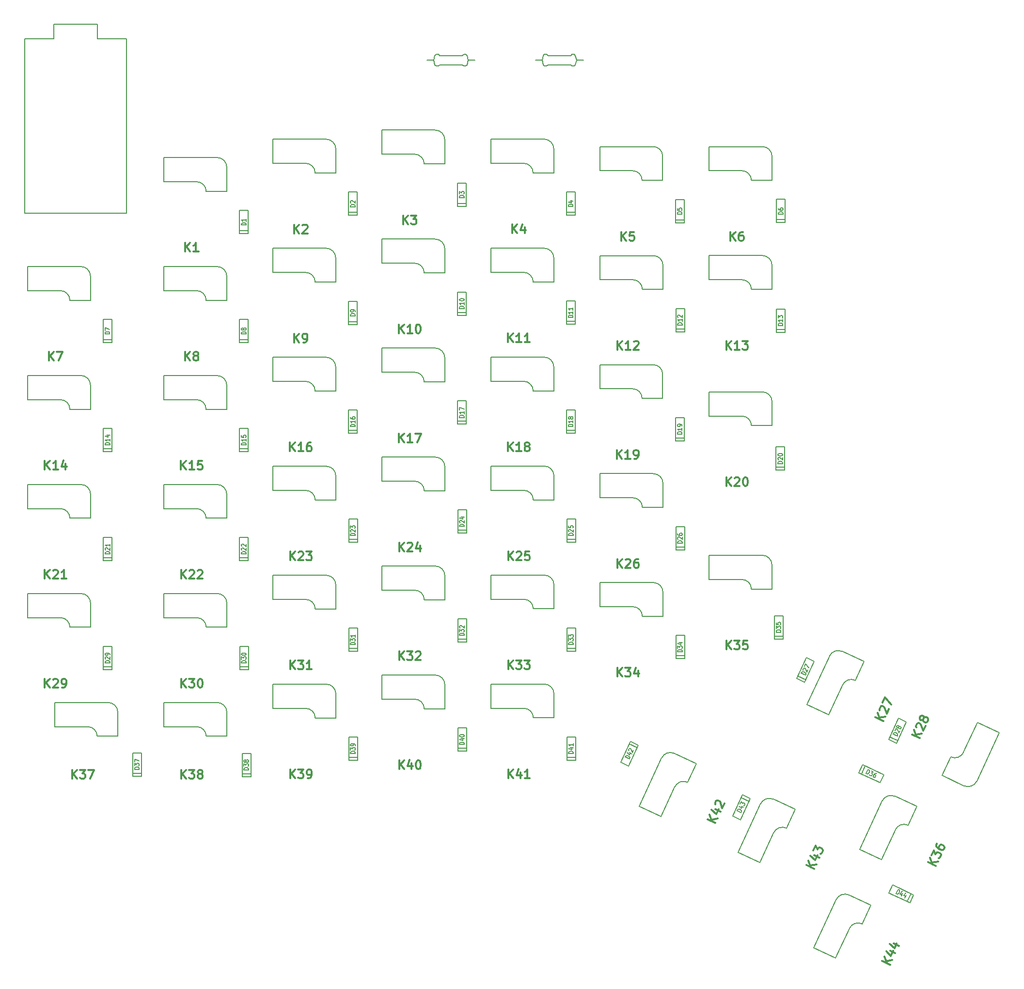
<source format=gbr>
G04 #@! TF.GenerationSoftware,KiCad,Pcbnew,(5.0.1)-3*
G04 #@! TF.CreationDate,2019-02-15T18:56:19-08:00*
G04 #@! TF.ProjectId,ErgoMaxRight,4572676F4D617852696768742E6B6963,rev?*
G04 #@! TF.SameCoordinates,Original*
G04 #@! TF.FileFunction,Legend,Top*
G04 #@! TF.FilePolarity,Positive*
%FSLAX46Y46*%
G04 Gerber Fmt 4.6, Leading zero omitted, Abs format (unit mm)*
G04 Created by KiCad (PCBNEW (5.0.1)-3) date 15/02/2019 18:56:19*
%MOMM*%
%LPD*%
G01*
G04 APERTURE LIST*
%ADD10C,0.150000*%
%ADD11C,0.304800*%
G04 APERTURE END LIST*
D10*
G04 #@! TO.C,D1*
X156982161Y-70204966D02*
X158506161Y-70204966D01*
X158506161Y-66140966D02*
X158506161Y-70204966D01*
X158506161Y-70204966D02*
X158506161Y-66140966D01*
X158506161Y-66140966D02*
X156982161Y-66140966D01*
X156982161Y-66140966D02*
X156982161Y-70204966D01*
X156982161Y-69696966D02*
X158506161Y-69696966D01*
G04 #@! TO.C,D11*
X214116761Y-86038746D02*
X215640761Y-86038746D01*
X215640761Y-81974746D02*
X215640761Y-86038746D01*
X215640761Y-86038746D02*
X215640761Y-81974746D01*
X215640761Y-81974746D02*
X214116761Y-81974746D01*
X214116761Y-81974746D02*
X214116761Y-86038746D01*
X214116761Y-85530746D02*
X215640761Y-85530746D01*
G04 #@! TO.C,D21*
X133187561Y-127325166D02*
X134711561Y-127325166D01*
X134711561Y-123261166D02*
X134711561Y-127325166D01*
X134711561Y-127325166D02*
X134711561Y-123261166D01*
X134711561Y-123261166D02*
X133187561Y-123261166D01*
X133187561Y-123261166D02*
X133187561Y-127325166D01*
X133187561Y-126817166D02*
X134711561Y-126817166D01*
G04 #@! TO.C,D20*
X250710700Y-111533940D02*
X252234700Y-111533940D01*
X252234700Y-107469940D02*
X252234700Y-111533940D01*
X252234700Y-111533940D02*
X252234700Y-107469940D01*
X252234700Y-107469940D02*
X250710700Y-107469940D01*
X250710700Y-107469940D02*
X250710700Y-111533940D01*
X250710700Y-111025940D02*
X252234700Y-111025940D01*
G04 #@! TO.C,D19*
X233149761Y-106387366D02*
X234673761Y-106387366D01*
X234673761Y-102323366D02*
X234673761Y-106387366D01*
X234673761Y-106387366D02*
X234673761Y-102323366D01*
X234673761Y-102323366D02*
X233149761Y-102323366D01*
X233149761Y-102323366D02*
X233149761Y-106387366D01*
X233149761Y-105879366D02*
X234673761Y-105879366D01*
G04 #@! TO.C,D18*
X214116601Y-105076586D02*
X215640601Y-105076586D01*
X215640601Y-101012586D02*
X215640601Y-105076586D01*
X215640601Y-105076586D02*
X215640601Y-101012586D01*
X215640601Y-101012586D02*
X214116601Y-101012586D01*
X214116601Y-101012586D02*
X214116601Y-105076586D01*
X214116601Y-104568586D02*
X215640601Y-104568586D01*
G04 #@! TO.C,D17*
X195071201Y-103490866D02*
X196595201Y-103490866D01*
X196595201Y-99426866D02*
X196595201Y-103490866D01*
X196595201Y-103490866D02*
X196595201Y-99426866D01*
X196595201Y-99426866D02*
X195071201Y-99426866D01*
X195071201Y-99426866D02*
X195071201Y-103490866D01*
X195071201Y-102982866D02*
X196595201Y-102982866D01*
G04 #@! TO.C,D16*
X176026761Y-105093946D02*
X177550761Y-105093946D01*
X177550761Y-101029946D02*
X177550761Y-105093946D01*
X177550761Y-105093946D02*
X177550761Y-101029946D01*
X177550761Y-101029946D02*
X176026761Y-101029946D01*
X176026761Y-101029946D02*
X176026761Y-105093946D01*
X176026761Y-104585946D02*
X177550761Y-104585946D01*
G04 #@! TO.C,D15*
X156978021Y-108294666D02*
X158502021Y-108294666D01*
X158502021Y-104230666D02*
X158502021Y-108294666D01*
X158502021Y-108294666D02*
X158502021Y-104230666D01*
X158502021Y-104230666D02*
X156978021Y-104230666D01*
X156978021Y-104230666D02*
X156978021Y-108294666D01*
X156978021Y-107786666D02*
X158502021Y-107786666D01*
G04 #@! TO.C,D14*
X133177241Y-108285066D02*
X134701241Y-108285066D01*
X134701241Y-104221066D02*
X134701241Y-108285066D01*
X134701241Y-108285066D02*
X134701241Y-104221066D01*
X134701241Y-104221066D02*
X133177241Y-104221066D01*
X133177241Y-104221066D02*
X133177241Y-108285066D01*
X133177241Y-107777066D02*
X134701241Y-107777066D01*
G04 #@! TO.C,D13*
X250751340Y-87411560D02*
X252275340Y-87411560D01*
X252275340Y-83347560D02*
X252275340Y-87411560D01*
X252275340Y-87411560D02*
X252275340Y-83347560D01*
X252275340Y-83347560D02*
X250751340Y-83347560D01*
X250751340Y-83347560D02*
X250751340Y-87411560D01*
X250751340Y-86903560D02*
X252275340Y-86903560D01*
G04 #@! TO.C,D24*
X195092161Y-122538566D02*
X196616161Y-122538566D01*
X196616161Y-118474566D02*
X196616161Y-122538566D01*
X196616161Y-122538566D02*
X196616161Y-118474566D01*
X196616161Y-118474566D02*
X195092161Y-118474566D01*
X195092161Y-118474566D02*
X195092161Y-122538566D01*
X195092161Y-122030566D02*
X196616161Y-122030566D01*
G04 #@! TO.C,D23*
X176042161Y-124141566D02*
X177566161Y-124141566D01*
X177566161Y-120077566D02*
X177566161Y-124141566D01*
X177566161Y-124141566D02*
X177566161Y-120077566D01*
X177566161Y-120077566D02*
X176042161Y-120077566D01*
X176042161Y-120077566D02*
X176042161Y-124141566D01*
X176042161Y-123633566D02*
X177566161Y-123633566D01*
G04 #@! TO.C,D10*
X195074861Y-84446406D02*
X196598861Y-84446406D01*
X196598861Y-80382406D02*
X196598861Y-84446406D01*
X196598861Y-84446406D02*
X196598861Y-80382406D01*
X196598861Y-80382406D02*
X195074861Y-80382406D01*
X195074861Y-80382406D02*
X195074861Y-84446406D01*
X195074861Y-83938406D02*
X196598861Y-83938406D01*
G04 #@! TO.C,D9*
X176029261Y-86051966D02*
X177553261Y-86051966D01*
X177553261Y-81987966D02*
X177553261Y-86051966D01*
X177553261Y-86051966D02*
X177553261Y-81987966D01*
X177553261Y-81987966D02*
X176029261Y-81987966D01*
X176029261Y-81987966D02*
X176029261Y-86051966D01*
X176029261Y-85543966D02*
X177553261Y-85543966D01*
G04 #@! TO.C,D8*
X156979261Y-89241966D02*
X158503261Y-89241966D01*
X158503261Y-85177966D02*
X158503261Y-89241966D01*
X158503261Y-89241966D02*
X158503261Y-85177966D01*
X158503261Y-85177966D02*
X156979261Y-85177966D01*
X156979261Y-85177966D02*
X156979261Y-89241966D01*
X156979261Y-88733966D02*
X158503261Y-88733966D01*
G04 #@! TO.C,D7*
X133173841Y-89241966D02*
X134697841Y-89241966D01*
X134697841Y-85177966D02*
X134697841Y-89241966D01*
X134697841Y-89241966D02*
X134697841Y-85177966D01*
X134697841Y-85177966D02*
X133173841Y-85177966D01*
X133173841Y-85177966D02*
X133173841Y-89241966D01*
X133173841Y-88733966D02*
X134697841Y-88733966D01*
G04 #@! TO.C,D6*
X250797060Y-68267580D02*
X252321060Y-68267580D01*
X252321060Y-64203580D02*
X252321060Y-68267580D01*
X252321060Y-68267580D02*
X252321060Y-64203580D01*
X252321060Y-64203580D02*
X250797060Y-64203580D01*
X250797060Y-64203580D02*
X250797060Y-68267580D01*
X250797060Y-67759580D02*
X252321060Y-67759580D01*
G04 #@! TO.C,D5*
X233149912Y-68284966D02*
X234673912Y-68284966D01*
X234673912Y-64220966D02*
X234673912Y-68284966D01*
X234673912Y-68284966D02*
X234673912Y-64220966D01*
X234673912Y-64220966D02*
X233149912Y-64220966D01*
X233149912Y-64220966D02*
X233149912Y-68284966D01*
X233149912Y-67776966D02*
X234673912Y-67776966D01*
G04 #@! TO.C,D4*
X214112161Y-66984966D02*
X215636161Y-66984966D01*
X215636161Y-62920966D02*
X215636161Y-66984966D01*
X215636161Y-66984966D02*
X215636161Y-62920966D01*
X215636161Y-62920966D02*
X214112161Y-62920966D01*
X214112161Y-62920966D02*
X214112161Y-66984966D01*
X214112161Y-66476966D02*
X215636161Y-66476966D01*
G04 #@! TO.C,D3*
X195072161Y-65400966D02*
X196596161Y-65400966D01*
X196596161Y-61336966D02*
X196596161Y-65400966D01*
X196596161Y-65400966D02*
X196596161Y-61336966D01*
X196596161Y-61336966D02*
X195072161Y-61336966D01*
X195072161Y-61336966D02*
X195072161Y-65400966D01*
X195072161Y-64892966D02*
X196596161Y-64892966D01*
G04 #@! TO.C,D2*
X176032161Y-66998366D02*
X177556161Y-66998366D01*
X177556161Y-62934366D02*
X177556161Y-66998366D01*
X177556161Y-66998366D02*
X177556161Y-62934366D01*
X177556161Y-62934366D02*
X176032161Y-62934366D01*
X176032161Y-62934366D02*
X176032161Y-66998366D01*
X176032161Y-66490366D02*
X177556161Y-66490366D01*
G04 #@! TO.C,D35*
X250418000Y-141022000D02*
X251942000Y-141022000D01*
X251942000Y-136958000D02*
X251942000Y-141022000D01*
X251942000Y-141022000D02*
X251942000Y-136958000D01*
X251942000Y-136958000D02*
X250418000Y-136958000D01*
X250418000Y-136958000D02*
X250418000Y-141022000D01*
X250418000Y-140514000D02*
X251942000Y-140514000D01*
G04 #@! TO.C,D22*
X156983761Y-127333366D02*
X158507761Y-127333366D01*
X158507761Y-123269366D02*
X158507761Y-127333366D01*
X158507761Y-127333366D02*
X158507761Y-123269366D01*
X158507761Y-123269366D02*
X156983761Y-123269366D01*
X156983761Y-123269366D02*
X156983761Y-127333366D01*
X156983761Y-126825366D02*
X158507761Y-126825366D01*
G04 #@! TO.C,D44*
X274117462Y-187088747D02*
X274761533Y-185707534D01*
X271078298Y-183990013D02*
X274761533Y-185707534D01*
X274761533Y-185707534D02*
X271078298Y-183990013D01*
X271078298Y-183990013D02*
X270434227Y-185371226D01*
X270434227Y-185371226D02*
X274117462Y-187088747D01*
X273657058Y-186874057D02*
X274301128Y-185492844D01*
G04 #@! TO.C,D43*
X246202167Y-168904258D02*
X244820954Y-168260187D01*
X243103433Y-171943422D02*
X244820954Y-168260187D01*
X244820954Y-168260187D02*
X243103433Y-171943422D01*
X243103433Y-171943422D02*
X244484646Y-172587493D01*
X244484646Y-172587493D02*
X246202167Y-168904258D01*
X245987477Y-169364662D02*
X244606264Y-168720592D01*
G04 #@! TO.C,D42*
X226656867Y-159549438D02*
X225275654Y-158905367D01*
X223558133Y-162588602D02*
X225275654Y-158905367D01*
X225275654Y-158905367D02*
X223558133Y-162588602D01*
X223558133Y-162588602D02*
X224939346Y-163232673D01*
X224939346Y-163232673D02*
X226656867Y-159549438D01*
X226442177Y-160009842D02*
X225060964Y-159365772D01*
G04 #@! TO.C,D41*
X214142161Y-162201326D02*
X215666161Y-162201326D01*
X215666161Y-158137326D02*
X215666161Y-162201326D01*
X215666161Y-162201326D02*
X215666161Y-158137326D01*
X215666161Y-158137326D02*
X214142161Y-158137326D01*
X214142161Y-158137326D02*
X214142161Y-162201326D01*
X214142161Y-161693326D02*
X215666161Y-161693326D01*
G04 #@! TO.C,D40*
X195092161Y-160621326D02*
X196616161Y-160621326D01*
X196616161Y-156557326D02*
X196616161Y-160621326D01*
X196616161Y-160621326D02*
X196616161Y-156557326D01*
X196616161Y-156557326D02*
X195092161Y-156557326D01*
X195092161Y-156557326D02*
X195092161Y-160621326D01*
X195092161Y-160113326D02*
X196616161Y-160113326D01*
G04 #@! TO.C,D39*
X176042161Y-162221326D02*
X177566161Y-162221326D01*
X177566161Y-158157326D02*
X177566161Y-162221326D01*
X177566161Y-162221326D02*
X177566161Y-158157326D01*
X177566161Y-158157326D02*
X176042161Y-158157326D01*
X176042161Y-158157326D02*
X176042161Y-162221326D01*
X176042161Y-161713326D02*
X177566161Y-161713326D01*
G04 #@! TO.C,D38*
X157418000Y-165062000D02*
X158942000Y-165062000D01*
X158942000Y-160998000D02*
X158942000Y-165062000D01*
X158942000Y-165062000D02*
X158942000Y-160998000D01*
X158942000Y-160998000D02*
X157418000Y-160998000D01*
X157418000Y-160998000D02*
X157418000Y-165062000D01*
X157418000Y-164554000D02*
X158942000Y-164554000D01*
G04 #@! TO.C,D37*
X138298000Y-164982000D02*
X139822000Y-164982000D01*
X139822000Y-160918000D02*
X139822000Y-164982000D01*
X139822000Y-164982000D02*
X139822000Y-160918000D01*
X139822000Y-160918000D02*
X138298000Y-160918000D01*
X138298000Y-160918000D02*
X138298000Y-164982000D01*
X138298000Y-164474000D02*
X139822000Y-164474000D01*
G04 #@! TO.C,D36*
X265830658Y-163012153D02*
X265186587Y-164393366D01*
X268869822Y-166110887D02*
X265186587Y-164393366D01*
X265186587Y-164393366D02*
X268869822Y-166110887D01*
X268869822Y-166110887D02*
X269513893Y-164729674D01*
X269513893Y-164729674D02*
X265830658Y-163012153D01*
X266291062Y-163226843D02*
X265646992Y-164608056D01*
G04 #@! TO.C,D12*
X233192161Y-87334846D02*
X234716161Y-87334846D01*
X234716161Y-83270846D02*
X234716161Y-87334846D01*
X234716161Y-87334846D02*
X234716161Y-83270846D01*
X234716161Y-83270846D02*
X233192161Y-83270846D01*
X233192161Y-83270846D02*
X233192161Y-87334846D01*
X233192161Y-86826846D02*
X234716161Y-86826846D01*
G04 #@! TO.C,D34*
X233192161Y-144461326D02*
X234716161Y-144461326D01*
X234716161Y-140397326D02*
X234716161Y-144461326D01*
X234716161Y-144461326D02*
X234716161Y-140397326D01*
X234716161Y-140397326D02*
X233192161Y-140397326D01*
X233192161Y-140397326D02*
X233192161Y-144461326D01*
X233192161Y-143953326D02*
X234716161Y-143953326D01*
G04 #@! TO.C,D33*
X214142161Y-143161326D02*
X215666161Y-143161326D01*
X215666161Y-139097326D02*
X215666161Y-143161326D01*
X215666161Y-143161326D02*
X215666161Y-139097326D01*
X215666161Y-139097326D02*
X214142161Y-139097326D01*
X214142161Y-139097326D02*
X214142161Y-143161326D01*
X214142161Y-142653326D02*
X215666161Y-142653326D01*
G04 #@! TO.C,D32*
X195092161Y-141581326D02*
X196616161Y-141581326D01*
X196616161Y-137517326D02*
X196616161Y-141581326D01*
X196616161Y-141581326D02*
X196616161Y-137517326D01*
X196616161Y-137517326D02*
X195092161Y-137517326D01*
X195092161Y-137517326D02*
X195092161Y-141581326D01*
X195092161Y-141073326D02*
X196616161Y-141073326D01*
G04 #@! TO.C,D31*
X176042161Y-143191326D02*
X177566161Y-143191326D01*
X177566161Y-139127326D02*
X177566161Y-143191326D01*
X177566161Y-143191326D02*
X177566161Y-139127326D01*
X177566161Y-139127326D02*
X176042161Y-139127326D01*
X176042161Y-139127326D02*
X176042161Y-143191326D01*
X176042161Y-142683326D02*
X177566161Y-142683326D01*
G04 #@! TO.C,D30*
X156992161Y-146371326D02*
X158516161Y-146371326D01*
X158516161Y-142307326D02*
X158516161Y-146371326D01*
X158516161Y-146371326D02*
X158516161Y-142307326D01*
X158516161Y-142307326D02*
X156992161Y-142307326D01*
X156992161Y-142307326D02*
X156992161Y-146371326D01*
X156992161Y-145863326D02*
X158516161Y-145863326D01*
G04 #@! TO.C,D29*
X133182161Y-146371326D02*
X134706161Y-146371326D01*
X134706161Y-142307326D02*
X134706161Y-146371326D01*
X134706161Y-146371326D02*
X134706161Y-142307326D01*
X134706161Y-142307326D02*
X133182161Y-142307326D01*
X133182161Y-142307326D02*
X133182161Y-146371326D01*
X133182161Y-145863326D02*
X134706161Y-145863326D01*
G04 #@! TO.C,D28*
X270367793Y-158565242D02*
X271749006Y-159209313D01*
X273466527Y-155526078D02*
X271749006Y-159209313D01*
X271749006Y-159209313D02*
X273466527Y-155526078D01*
X273466527Y-155526078D02*
X272085314Y-154882007D01*
X272085314Y-154882007D02*
X270367793Y-158565242D01*
X270582483Y-158104838D02*
X271963696Y-158748908D01*
G04 #@! TO.C,D27*
X254302293Y-147935342D02*
X255683506Y-148579413D01*
X257401027Y-144896178D02*
X255683506Y-148579413D01*
X255683506Y-148579413D02*
X257401027Y-144896178D01*
X257401027Y-144896178D02*
X256019814Y-144252107D01*
X256019814Y-144252107D02*
X254302293Y-147935342D01*
X254516983Y-147474938D02*
X255898196Y-148119008D01*
G04 #@! TO.C,D26*
X233192161Y-125432166D02*
X234716161Y-125432166D01*
X234716161Y-121368166D02*
X234716161Y-125432166D01*
X234716161Y-125432166D02*
X234716161Y-121368166D01*
X234716161Y-121368166D02*
X233192161Y-121368166D01*
X233192161Y-121368166D02*
X233192161Y-125432166D01*
X233192161Y-124924166D02*
X234716161Y-124924166D01*
G04 #@! TO.C,D25*
X214142161Y-124121326D02*
X215666161Y-124121326D01*
X215666161Y-120057326D02*
X215666161Y-124121326D01*
X215666161Y-124121326D02*
X215666161Y-120057326D01*
X215666161Y-120057326D02*
X214142161Y-120057326D01*
X214142161Y-120057326D02*
X214142161Y-124121326D01*
X214142161Y-123613326D02*
X215666161Y-123613326D01*
G04 #@! TO.C,R2*
X195907680Y-40675460D02*
X191907680Y-40675460D01*
X191907680Y-40675460D02*
X191707680Y-40875460D01*
X191707680Y-40875460D02*
X191307680Y-40875460D01*
X191307680Y-40875460D02*
X191107680Y-40675460D01*
X191107680Y-40675460D02*
X190907680Y-39875460D01*
X190907680Y-39875460D02*
X191107680Y-39075460D01*
X191107680Y-39075460D02*
X191307680Y-38875460D01*
X191307680Y-38875460D02*
X191707680Y-38875460D01*
X191707680Y-38875460D02*
X191907680Y-39075460D01*
X191907680Y-39075460D02*
X195907680Y-39075460D01*
X195907680Y-39075460D02*
X196107680Y-38875460D01*
X196107680Y-38875460D02*
X196507680Y-38875460D01*
X196507680Y-38875460D02*
X196707680Y-39075460D01*
X196707680Y-39075460D02*
X196907680Y-39875460D01*
X196907680Y-39875460D02*
X196707680Y-40675460D01*
X196707680Y-40675460D02*
X196507680Y-40875460D01*
X196507680Y-40875460D02*
X196107680Y-40875460D01*
X196107680Y-40875460D02*
X195907680Y-40675460D01*
X198107680Y-39875460D02*
X196907680Y-39875460D01*
X190907680Y-39875460D02*
X189707680Y-39875460D01*
G04 #@! TO.C,R1*
X214845920Y-40675460D02*
X210845920Y-40675460D01*
X210845920Y-40675460D02*
X210645920Y-40875460D01*
X210645920Y-40875460D02*
X210245920Y-40875460D01*
X210245920Y-40875460D02*
X210045920Y-40675460D01*
X210045920Y-40675460D02*
X209845920Y-39875460D01*
X209845920Y-39875460D02*
X210045920Y-39075460D01*
X210045920Y-39075460D02*
X210245920Y-38875460D01*
X210245920Y-38875460D02*
X210645920Y-38875460D01*
X210645920Y-38875460D02*
X210845920Y-39075460D01*
X210845920Y-39075460D02*
X214845920Y-39075460D01*
X214845920Y-39075460D02*
X215045920Y-38875460D01*
X215045920Y-38875460D02*
X215445920Y-38875460D01*
X215445920Y-38875460D02*
X215645920Y-39075460D01*
X215645920Y-39075460D02*
X215845920Y-39875460D01*
X215845920Y-39875460D02*
X215645920Y-40675460D01*
X215645920Y-40675460D02*
X215445920Y-40875460D01*
X215445920Y-40875460D02*
X215045920Y-40875460D01*
X215045920Y-40875460D02*
X214845920Y-40675460D01*
X217045920Y-39875460D02*
X215845920Y-39875460D01*
X209845920Y-39875460D02*
X208645920Y-39875460D01*
G04 #@! TO.C,U1*
X137239660Y-66588640D02*
X119459660Y-66588640D01*
X137239660Y-36108640D02*
X137239660Y-66588640D01*
X132159660Y-36108640D02*
X137239660Y-36108640D01*
X132159660Y-33568640D02*
X132159660Y-36108640D01*
X124539660Y-33568640D02*
X132159660Y-33568640D01*
X124539660Y-36108640D02*
X124539660Y-33568640D01*
X119459660Y-36108640D02*
X124539660Y-36108640D01*
X119459660Y-36108640D02*
X119459660Y-66588640D01*
G04 #@! TO.C,K35*
X244725000Y-130610000D02*
X238995000Y-130610000D01*
X246400000Y-132285000D02*
G75*
G03X244725000Y-130610000I-1675000J0D01*
G01*
X249995000Y-128070000D02*
G75*
G03X248320000Y-126395000I-1675000J0D01*
G01*
X248320000Y-126395000D02*
X238995000Y-126395000D01*
X238995000Y-126400000D02*
X238995000Y-130610000D01*
X249995000Y-128070000D02*
X249995000Y-132285000D01*
X249995000Y-132285000D02*
X246400000Y-132285000D01*
G04 #@! TO.C,K26*
X225675000Y-116340840D02*
X219945000Y-116340840D01*
X227350000Y-118015840D02*
G75*
G03X225675000Y-116340840I-1675000J0D01*
G01*
X230945000Y-113800840D02*
G75*
G03X229270000Y-112125840I-1675000J0D01*
G01*
X229270000Y-112125840D02*
X219945000Y-112125840D01*
X219945000Y-112130840D02*
X219945000Y-116340840D01*
X230945000Y-113800840D02*
X230945000Y-118015840D01*
X230945000Y-118015840D02*
X227350000Y-118015840D01*
G04 #@! TO.C,K25*
X206625000Y-115030000D02*
X200895000Y-115030000D01*
X208300000Y-116705000D02*
G75*
G03X206625000Y-115030000I-1675000J0D01*
G01*
X211895000Y-112490000D02*
G75*
G03X210220000Y-110815000I-1675000J0D01*
G01*
X210220000Y-110815000D02*
X200895000Y-110815000D01*
X200895000Y-110820000D02*
X200895000Y-115030000D01*
X211895000Y-112490000D02*
X211895000Y-116705000D01*
X211895000Y-116705000D02*
X208300000Y-116705000D01*
G04 #@! TO.C,K27*
X262338437Y-149038989D02*
X259916834Y-154232133D01*
X264564389Y-148228809D02*
G75*
G03X262338437Y-149038989I-707886J-1518066D01*
G01*
X262263614Y-143189297D02*
G75*
G03X260037662Y-143999477I-707886J-1518066D01*
G01*
X260037662Y-143999477D02*
X256096747Y-152450797D01*
X256101279Y-152452910D02*
X259916834Y-154232133D01*
X262263613Y-143189297D02*
X266083701Y-144970633D01*
X266083701Y-144970633D02*
X264564388Y-148228809D01*
G04 #@! TO.C,K28*
X283471139Y-160803800D02*
X285892742Y-155610656D01*
X281245187Y-161613980D02*
G75*
G03X283471139Y-160803800I707886J1518066D01*
G01*
X283545962Y-166653492D02*
G75*
G03X285771914Y-165843312I707886J1518066D01*
G01*
X285771914Y-165843312D02*
X289712829Y-157391992D01*
X289708297Y-157389879D02*
X285892742Y-155610656D01*
X283545963Y-166653492D02*
X279725875Y-164872156D01*
X279725875Y-164872156D02*
X281245188Y-161613980D01*
G04 #@! TO.C,K29*
X125665000Y-137280000D02*
X119935000Y-137280000D01*
X127340000Y-138955000D02*
G75*
G03X125665000Y-137280000I-1675000J0D01*
G01*
X130935000Y-134740000D02*
G75*
G03X129260000Y-133065000I-1675000J0D01*
G01*
X129260000Y-133065000D02*
X119935000Y-133065000D01*
X119935000Y-133070000D02*
X119935000Y-137280000D01*
X130935000Y-134740000D02*
X130935000Y-138955000D01*
X130935000Y-138955000D02*
X127340000Y-138955000D01*
G04 #@! TO.C,K30*
X149475000Y-137280000D02*
X143745000Y-137280000D01*
X151150000Y-138955000D02*
G75*
G03X149475000Y-137280000I-1675000J0D01*
G01*
X154745000Y-134740000D02*
G75*
G03X153070000Y-133065000I-1675000J0D01*
G01*
X153070000Y-133065000D02*
X143745000Y-133065000D01*
X143745000Y-133070000D02*
X143745000Y-137280000D01*
X154745000Y-134740000D02*
X154745000Y-138955000D01*
X154745000Y-138955000D02*
X151150000Y-138955000D01*
G04 #@! TO.C,K31*
X168525000Y-134100000D02*
X162795000Y-134100000D01*
X170200000Y-135775000D02*
G75*
G03X168525000Y-134100000I-1675000J0D01*
G01*
X173795000Y-131560000D02*
G75*
G03X172120000Y-129885000I-1675000J0D01*
G01*
X172120000Y-129885000D02*
X162795000Y-129885000D01*
X162795000Y-129890000D02*
X162795000Y-134100000D01*
X173795000Y-131560000D02*
X173795000Y-135775000D01*
X173795000Y-135775000D02*
X170200000Y-135775000D01*
G04 #@! TO.C,K32*
X187575000Y-132490000D02*
X181845000Y-132490000D01*
X189250000Y-134165000D02*
G75*
G03X187575000Y-132490000I-1675000J0D01*
G01*
X192845000Y-129950000D02*
G75*
G03X191170000Y-128275000I-1675000J0D01*
G01*
X191170000Y-128275000D02*
X181845000Y-128275000D01*
X181845000Y-128280000D02*
X181845000Y-132490000D01*
X192845000Y-129950000D02*
X192845000Y-134165000D01*
X192845000Y-134165000D02*
X189250000Y-134165000D01*
G04 #@! TO.C,K33*
X206625000Y-134070000D02*
X200895000Y-134070000D01*
X208300000Y-135745000D02*
G75*
G03X206625000Y-134070000I-1675000J0D01*
G01*
X211895000Y-131530000D02*
G75*
G03X210220000Y-129855000I-1675000J0D01*
G01*
X210220000Y-129855000D02*
X200895000Y-129855000D01*
X200895000Y-129860000D02*
X200895000Y-134070000D01*
X211895000Y-131530000D02*
X211895000Y-135745000D01*
X211895000Y-135745000D02*
X208300000Y-135745000D01*
G04 #@! TO.C,K34*
X225675000Y-135370000D02*
X219945000Y-135370000D01*
X227350000Y-137045000D02*
G75*
G03X225675000Y-135370000I-1675000J0D01*
G01*
X230945000Y-132830000D02*
G75*
G03X229270000Y-131155000I-1675000J0D01*
G01*
X229270000Y-131155000D02*
X219945000Y-131155000D01*
X219945000Y-131160000D02*
X219945000Y-135370000D01*
X230945000Y-132830000D02*
X230945000Y-137045000D01*
X230945000Y-137045000D02*
X227350000Y-137045000D01*
G04 #@! TO.C,K2*
X168515000Y-57907040D02*
X162785000Y-57907040D01*
X170190000Y-59582040D02*
G75*
G03X168515000Y-57907040I-1675000J0D01*
G01*
X173785000Y-55367040D02*
G75*
G03X172110000Y-53692040I-1675000J0D01*
G01*
X172110000Y-53692040D02*
X162785000Y-53692040D01*
X162785000Y-53697040D02*
X162785000Y-57907040D01*
X173785000Y-55367040D02*
X173785000Y-59582040D01*
X173785000Y-59582040D02*
X170190000Y-59582040D01*
G04 #@! TO.C,K36*
X271547348Y-174354149D02*
X269125745Y-179547293D01*
X273773300Y-173543969D02*
G75*
G03X271547348Y-174354149I-707886J-1518066D01*
G01*
X271472525Y-168504457D02*
G75*
G03X269246573Y-169314637I-707886J-1518066D01*
G01*
X269246573Y-169314637D02*
X265305658Y-177765957D01*
X265310190Y-177768070D02*
X269125745Y-179547293D01*
X271472524Y-168504457D02*
X275292612Y-170285793D01*
X275292612Y-170285793D02*
X273773299Y-173543969D01*
G04 #@! TO.C,K37*
X130425000Y-156330000D02*
X124695000Y-156330000D01*
X132100000Y-158005000D02*
G75*
G03X130425000Y-156330000I-1675000J0D01*
G01*
X135695000Y-153790000D02*
G75*
G03X134020000Y-152115000I-1675000J0D01*
G01*
X134020000Y-152115000D02*
X124695000Y-152115000D01*
X124695000Y-152120000D02*
X124695000Y-156330000D01*
X135695000Y-153790000D02*
X135695000Y-158005000D01*
X135695000Y-158005000D02*
X132100000Y-158005000D01*
G04 #@! TO.C,K38*
X149475000Y-156330000D02*
X143745000Y-156330000D01*
X151150000Y-158005000D02*
G75*
G03X149475000Y-156330000I-1675000J0D01*
G01*
X154745000Y-153790000D02*
G75*
G03X153070000Y-152115000I-1675000J0D01*
G01*
X153070000Y-152115000D02*
X143745000Y-152115000D01*
X143745000Y-152120000D02*
X143745000Y-156330000D01*
X154745000Y-153790000D02*
X154745000Y-158005000D01*
X154745000Y-158005000D02*
X151150000Y-158005000D01*
G04 #@! TO.C,K39*
X168525000Y-153130000D02*
X162795000Y-153130000D01*
X170200000Y-154805000D02*
G75*
G03X168525000Y-153130000I-1675000J0D01*
G01*
X173795000Y-150590000D02*
G75*
G03X172120000Y-148915000I-1675000J0D01*
G01*
X172120000Y-148915000D02*
X162795000Y-148915000D01*
X162795000Y-148920000D02*
X162795000Y-153130000D01*
X173795000Y-150590000D02*
X173795000Y-154805000D01*
X173795000Y-154805000D02*
X170200000Y-154805000D01*
G04 #@! TO.C,K40*
X187575000Y-151530000D02*
X181845000Y-151530000D01*
X189250000Y-153205000D02*
G75*
G03X187575000Y-151530000I-1675000J0D01*
G01*
X192845000Y-148990000D02*
G75*
G03X191170000Y-147315000I-1675000J0D01*
G01*
X191170000Y-147315000D02*
X181845000Y-147315000D01*
X181845000Y-147320000D02*
X181845000Y-151530000D01*
X192845000Y-148990000D02*
X192845000Y-153205000D01*
X192845000Y-153205000D02*
X189250000Y-153205000D01*
G04 #@! TO.C,K41*
X206625000Y-153110000D02*
X200895000Y-153110000D01*
X208300000Y-154785000D02*
G75*
G03X206625000Y-153110000I-1675000J0D01*
G01*
X211895000Y-150570000D02*
G75*
G03X210220000Y-148895000I-1675000J0D01*
G01*
X210220000Y-148895000D02*
X200895000Y-148895000D01*
X200895000Y-148900000D02*
X200895000Y-153110000D01*
X211895000Y-150570000D02*
X211895000Y-154785000D01*
X211895000Y-154785000D02*
X208300000Y-154785000D01*
G04 #@! TO.C,K42*
X233015979Y-166851001D02*
X230594376Y-172044145D01*
X235241931Y-166040821D02*
G75*
G03X233015979Y-166851001I-707886J-1518066D01*
G01*
X232941156Y-161001309D02*
G75*
G03X230715204Y-161811489I-707886J-1518066D01*
G01*
X230715204Y-161811489D02*
X226774289Y-170262809D01*
X226778821Y-170264922D02*
X230594376Y-172044145D01*
X232941155Y-161001309D02*
X236761243Y-162782645D01*
X236761243Y-162782645D02*
X235241930Y-166040821D01*
G04 #@! TO.C,K43*
X250286623Y-174869181D02*
X247865020Y-180062325D01*
X252512575Y-174059001D02*
G75*
G03X250286623Y-174869181I-707886J-1518066D01*
G01*
X250211800Y-169019489D02*
G75*
G03X247985848Y-169829669I-707886J-1518066D01*
G01*
X247985848Y-169829669D02*
X244044933Y-178280989D01*
X244049465Y-178283102D02*
X247865020Y-180062325D01*
X250211799Y-169019489D02*
X254031887Y-170800825D01*
X254031887Y-170800825D02*
X252512574Y-174059001D01*
G04 #@! TO.C,K44*
X263514494Y-191593781D02*
X261092891Y-196786925D01*
X265740446Y-190783601D02*
G75*
G03X263514494Y-191593781I-707886J-1518066D01*
G01*
X263439671Y-185744089D02*
G75*
G03X261213719Y-186554269I-707886J-1518066D01*
G01*
X261213719Y-186554269D02*
X257272804Y-195005589D01*
X257277336Y-195007702D02*
X261092891Y-196786925D01*
X263439670Y-185744089D02*
X267259758Y-187525425D01*
X267259758Y-187525425D02*
X265740445Y-190783601D01*
G04 #@! TO.C,K13*
X244725000Y-78235940D02*
X238995000Y-78235940D01*
X246400000Y-79910940D02*
G75*
G03X244725000Y-78235940I-1675000J0D01*
G01*
X249995000Y-75695940D02*
G75*
G03X248320000Y-74020940I-1675000J0D01*
G01*
X248320000Y-74020940D02*
X238995000Y-74020940D01*
X238995000Y-74025940D02*
X238995000Y-78235940D01*
X249995000Y-75695940D02*
X249995000Y-79910940D01*
X249995000Y-79910940D02*
X246400000Y-79910940D01*
G04 #@! TO.C,K1*
X149465000Y-61113640D02*
X143735000Y-61113640D01*
X151140000Y-62788640D02*
G75*
G03X149465000Y-61113640I-1675000J0D01*
G01*
X154735000Y-58573640D02*
G75*
G03X153060000Y-56898640I-1675000J0D01*
G01*
X153060000Y-56898640D02*
X143735000Y-56898640D01*
X143735000Y-56903640D02*
X143735000Y-61113640D01*
X154735000Y-58573640D02*
X154735000Y-62788640D01*
X154735000Y-62788640D02*
X151140000Y-62788640D01*
G04 #@! TO.C,K3*
X187555000Y-56309640D02*
X181825000Y-56309640D01*
X189230000Y-57984640D02*
G75*
G03X187555000Y-56309640I-1675000J0D01*
G01*
X192825000Y-53769640D02*
G75*
G03X191150000Y-52094640I-1675000J0D01*
G01*
X191150000Y-52094640D02*
X181825000Y-52094640D01*
X181825000Y-52099640D02*
X181825000Y-56309640D01*
X192825000Y-53769640D02*
X192825000Y-57984640D01*
X192825000Y-57984640D02*
X189230000Y-57984640D01*
G04 #@! TO.C,K4*
X206595000Y-57893640D02*
X200865000Y-57893640D01*
X208270000Y-59568640D02*
G75*
G03X206595000Y-57893640I-1675000J0D01*
G01*
X211865000Y-55353640D02*
G75*
G03X210190000Y-53678640I-1675000J0D01*
G01*
X210190000Y-53678640D02*
X200865000Y-53678640D01*
X200865000Y-53683640D02*
X200865000Y-57893640D01*
X211865000Y-55353640D02*
X211865000Y-59568640D01*
X211865000Y-59568640D02*
X208270000Y-59568640D01*
G04 #@! TO.C,K5*
X225632751Y-59193640D02*
X219902751Y-59193640D01*
X227307751Y-60868640D02*
G75*
G03X225632751Y-59193640I-1675000J0D01*
G01*
X230902751Y-56653640D02*
G75*
G03X229227751Y-54978640I-1675000J0D01*
G01*
X229227751Y-54978640D02*
X219902751Y-54978640D01*
X219902751Y-54983640D02*
X219902751Y-59193640D01*
X230902751Y-56653640D02*
X230902751Y-60868640D01*
X230902751Y-60868640D02*
X227307751Y-60868640D01*
G04 #@! TO.C,K6*
X244725000Y-59195640D02*
X238995000Y-59195640D01*
X246400000Y-60870640D02*
G75*
G03X244725000Y-59195640I-1675000J0D01*
G01*
X249995000Y-56655640D02*
G75*
G03X248320000Y-54980640I-1675000J0D01*
G01*
X248320000Y-54980640D02*
X238995000Y-54980640D01*
X238995000Y-54985640D02*
X238995000Y-59195640D01*
X249995000Y-56655640D02*
X249995000Y-60870640D01*
X249995000Y-60870640D02*
X246400000Y-60870640D01*
G04 #@! TO.C,K7*
X125656680Y-80150640D02*
X119926680Y-80150640D01*
X127331680Y-81825640D02*
G75*
G03X125656680Y-80150640I-1675000J0D01*
G01*
X130926680Y-77610640D02*
G75*
G03X129251680Y-75935640I-1675000J0D01*
G01*
X129251680Y-75935640D02*
X119926680Y-75935640D01*
X119926680Y-75940640D02*
X119926680Y-80150640D01*
X130926680Y-77610640D02*
X130926680Y-81825640D01*
X130926680Y-81825640D02*
X127331680Y-81825640D01*
G04 #@! TO.C,K8*
X149462100Y-80150640D02*
X143732100Y-80150640D01*
X151137100Y-81825640D02*
G75*
G03X149462100Y-80150640I-1675000J0D01*
G01*
X154732100Y-77610640D02*
G75*
G03X153057100Y-75935640I-1675000J0D01*
G01*
X153057100Y-75935640D02*
X143732100Y-75935640D01*
X143732100Y-75940640D02*
X143732100Y-80150640D01*
X154732100Y-77610640D02*
X154732100Y-81825640D01*
X154732100Y-81825640D02*
X151137100Y-81825640D01*
G04 #@! TO.C,K9*
X168512100Y-76960640D02*
X162782100Y-76960640D01*
X170187100Y-78635640D02*
G75*
G03X168512100Y-76960640I-1675000J0D01*
G01*
X173782100Y-74420640D02*
G75*
G03X172107100Y-72745640I-1675000J0D01*
G01*
X172107100Y-72745640D02*
X162782100Y-72745640D01*
X162782100Y-72750640D02*
X162782100Y-76960640D01*
X173782100Y-74420640D02*
X173782100Y-78635640D01*
X173782100Y-78635640D02*
X170187100Y-78635640D01*
G04 #@! TO.C,K10*
X187557700Y-75355080D02*
X181827700Y-75355080D01*
X189232700Y-77030080D02*
G75*
G03X187557700Y-75355080I-1675000J0D01*
G01*
X192827700Y-72815080D02*
G75*
G03X191152700Y-71140080I-1675000J0D01*
G01*
X191152700Y-71140080D02*
X181827700Y-71140080D01*
X181827700Y-71145080D02*
X181827700Y-75355080D01*
X192827700Y-72815080D02*
X192827700Y-77030080D01*
X192827700Y-77030080D02*
X189232700Y-77030080D01*
G04 #@! TO.C,K11*
X206599600Y-76947420D02*
X200869600Y-76947420D01*
X208274600Y-78622420D02*
G75*
G03X206599600Y-76947420I-1675000J0D01*
G01*
X211869600Y-74407420D02*
G75*
G03X210194600Y-72732420I-1675000J0D01*
G01*
X210194600Y-72732420D02*
X200869600Y-72732420D01*
X200869600Y-72737420D02*
X200869600Y-76947420D01*
X211869600Y-74407420D02*
X211869600Y-78622420D01*
X211869600Y-78622420D02*
X208274600Y-78622420D01*
G04 #@! TO.C,K12*
X225675000Y-78243520D02*
X219945000Y-78243520D01*
X227350000Y-79918520D02*
G75*
G03X225675000Y-78243520I-1675000J0D01*
G01*
X230945000Y-75703520D02*
G75*
G03X229270000Y-74028520I-1675000J0D01*
G01*
X229270000Y-74028520D02*
X219945000Y-74028520D01*
X219945000Y-74033520D02*
X219945000Y-78243520D01*
X230945000Y-75703520D02*
X230945000Y-79918520D01*
X230945000Y-79918520D02*
X227350000Y-79918520D01*
G04 #@! TO.C,K24*
X187575000Y-113447240D02*
X181845000Y-113447240D01*
X189250000Y-115122240D02*
G75*
G03X187575000Y-113447240I-1675000J0D01*
G01*
X192845000Y-110907240D02*
G75*
G03X191170000Y-109232240I-1675000J0D01*
G01*
X191170000Y-109232240D02*
X181845000Y-109232240D01*
X181845000Y-109237240D02*
X181845000Y-113447240D01*
X192845000Y-110907240D02*
X192845000Y-115122240D01*
X192845000Y-115122240D02*
X189250000Y-115122240D01*
G04 #@! TO.C,K14*
X125660080Y-99193740D02*
X119930080Y-99193740D01*
X127335080Y-100868740D02*
G75*
G03X125660080Y-99193740I-1675000J0D01*
G01*
X130930080Y-96653740D02*
G75*
G03X129255080Y-94978740I-1675000J0D01*
G01*
X129255080Y-94978740D02*
X119930080Y-94978740D01*
X119930080Y-94983740D02*
X119930080Y-99193740D01*
X130930080Y-96653740D02*
X130930080Y-100868740D01*
X130930080Y-100868740D02*
X127335080Y-100868740D01*
G04 #@! TO.C,K15*
X149460860Y-99203340D02*
X143730860Y-99203340D01*
X151135860Y-100878340D02*
G75*
G03X149460860Y-99203340I-1675000J0D01*
G01*
X154730860Y-96663340D02*
G75*
G03X153055860Y-94988340I-1675000J0D01*
G01*
X153055860Y-94988340D02*
X143730860Y-94988340D01*
X143730860Y-94993340D02*
X143730860Y-99203340D01*
X154730860Y-96663340D02*
X154730860Y-100878340D01*
X154730860Y-100878340D02*
X151135860Y-100878340D01*
G04 #@! TO.C,K16*
X168509600Y-96002620D02*
X162779600Y-96002620D01*
X170184600Y-97677620D02*
G75*
G03X168509600Y-96002620I-1675000J0D01*
G01*
X173779600Y-93462620D02*
G75*
G03X172104600Y-91787620I-1675000J0D01*
G01*
X172104600Y-91787620D02*
X162779600Y-91787620D01*
X162779600Y-91792620D02*
X162779600Y-96002620D01*
X173779600Y-93462620D02*
X173779600Y-97677620D01*
X173779600Y-97677620D02*
X170184600Y-97677620D01*
G04 #@! TO.C,K17*
X187554040Y-94399540D02*
X181824040Y-94399540D01*
X189229040Y-96074540D02*
G75*
G03X187554040Y-94399540I-1675000J0D01*
G01*
X192824040Y-91859540D02*
G75*
G03X191149040Y-90184540I-1675000J0D01*
G01*
X191149040Y-90184540D02*
X181824040Y-90184540D01*
X181824040Y-90189540D02*
X181824040Y-94399540D01*
X192824040Y-91859540D02*
X192824040Y-96074540D01*
X192824040Y-96074540D02*
X189229040Y-96074540D01*
G04 #@! TO.C,K18*
X206599440Y-95985260D02*
X200869440Y-95985260D01*
X208274440Y-97660260D02*
G75*
G03X206599440Y-95985260I-1675000J0D01*
G01*
X211869440Y-93445260D02*
G75*
G03X210194440Y-91770260I-1675000J0D01*
G01*
X210194440Y-91770260D02*
X200869440Y-91770260D01*
X200869440Y-91775260D02*
X200869440Y-95985260D01*
X211869440Y-93445260D02*
X211869440Y-97660260D01*
X211869440Y-97660260D02*
X208274440Y-97660260D01*
G04 #@! TO.C,K19*
X225632600Y-97296040D02*
X219902600Y-97296040D01*
X227307600Y-98971040D02*
G75*
G03X225632600Y-97296040I-1675000J0D01*
G01*
X230902600Y-94756040D02*
G75*
G03X229227600Y-93081040I-1675000J0D01*
G01*
X229227600Y-93081040D02*
X219902600Y-93081040D01*
X219902600Y-93086040D02*
X219902600Y-97296040D01*
X230902600Y-94756040D02*
X230902600Y-98971040D01*
X230902600Y-98971040D02*
X227307600Y-98971040D01*
G04 #@! TO.C,K20*
X244725000Y-102055640D02*
X238995000Y-102055640D01*
X246400000Y-103730640D02*
G75*
G03X244725000Y-102055640I-1675000J0D01*
G01*
X249995000Y-99515640D02*
G75*
G03X248320000Y-97840640I-1675000J0D01*
G01*
X248320000Y-97840640D02*
X238995000Y-97840640D01*
X238995000Y-97845640D02*
X238995000Y-102055640D01*
X249995000Y-99515640D02*
X249995000Y-103730640D01*
X249995000Y-103730640D02*
X246400000Y-103730640D01*
G04 #@! TO.C,K21*
X125670400Y-118233840D02*
X119940400Y-118233840D01*
X127345400Y-119908840D02*
G75*
G03X125670400Y-118233840I-1675000J0D01*
G01*
X130940400Y-115693840D02*
G75*
G03X129265400Y-114018840I-1675000J0D01*
G01*
X129265400Y-114018840D02*
X119940400Y-114018840D01*
X119940400Y-114023840D02*
X119940400Y-118233840D01*
X130940400Y-115693840D02*
X130940400Y-119908840D01*
X130940400Y-119908840D02*
X127345400Y-119908840D01*
G04 #@! TO.C,K22*
X149466600Y-118242040D02*
X143736600Y-118242040D01*
X151141600Y-119917040D02*
G75*
G03X149466600Y-118242040I-1675000J0D01*
G01*
X154736600Y-115702040D02*
G75*
G03X153061600Y-114027040I-1675000J0D01*
G01*
X153061600Y-114027040D02*
X143736600Y-114027040D01*
X143736600Y-114032040D02*
X143736600Y-118242040D01*
X154736600Y-115702040D02*
X154736600Y-119917040D01*
X154736600Y-119917040D02*
X151141600Y-119917040D01*
G04 #@! TO.C,K23*
X168525000Y-115050240D02*
X162795000Y-115050240D01*
X170200000Y-116725240D02*
G75*
G03X168525000Y-115050240I-1675000J0D01*
G01*
X173795000Y-112510240D02*
G75*
G03X172120000Y-110835240I-1675000J0D01*
G01*
X172120000Y-110835240D02*
X162795000Y-110835240D01*
X162795000Y-110840240D02*
X162795000Y-115050240D01*
X173795000Y-112510240D02*
X173795000Y-116725240D01*
X173795000Y-116725240D02*
X170200000Y-116725240D01*
G04 #@! TO.C,D1*
X158106065Y-68689632D02*
X157306065Y-68689632D01*
X157306065Y-68522966D01*
X157344161Y-68422966D01*
X157420351Y-68356299D01*
X157496541Y-68322966D01*
X157648922Y-68289632D01*
X157763208Y-68289632D01*
X157915589Y-68322966D01*
X157991780Y-68356299D01*
X158067970Y-68422966D01*
X158106065Y-68522966D01*
X158106065Y-68689632D01*
X158106065Y-67622966D02*
X158106065Y-68022966D01*
X158106065Y-67822966D02*
X157306065Y-67822966D01*
X157420351Y-67889632D01*
X157496541Y-67956299D01*
X157534637Y-68022966D01*
G04 #@! TO.C,D11*
X215240665Y-84856746D02*
X214440665Y-84856746D01*
X214440665Y-84690079D01*
X214478761Y-84590079D01*
X214554951Y-84523412D01*
X214631141Y-84490079D01*
X214783522Y-84456746D01*
X214897808Y-84456746D01*
X215050189Y-84490079D01*
X215126380Y-84523412D01*
X215202570Y-84590079D01*
X215240665Y-84690079D01*
X215240665Y-84856746D01*
X215240665Y-83790079D02*
X215240665Y-84190079D01*
X215240665Y-83990079D02*
X214440665Y-83990079D01*
X214554951Y-84056746D01*
X214631141Y-84123412D01*
X214669237Y-84190079D01*
X215240665Y-83123412D02*
X215240665Y-83523412D01*
X215240665Y-83323412D02*
X214440665Y-83323412D01*
X214554951Y-83390079D01*
X214631141Y-83456746D01*
X214669237Y-83523412D01*
G04 #@! TO.C,D21*
X134311465Y-126143166D02*
X133511465Y-126143166D01*
X133511465Y-125976499D01*
X133549561Y-125876499D01*
X133625751Y-125809832D01*
X133701941Y-125776499D01*
X133854322Y-125743166D01*
X133968608Y-125743166D01*
X134120989Y-125776499D01*
X134197180Y-125809832D01*
X134273370Y-125876499D01*
X134311465Y-125976499D01*
X134311465Y-126143166D01*
X133587656Y-125476499D02*
X133549561Y-125443166D01*
X133511465Y-125376499D01*
X133511465Y-125209832D01*
X133549561Y-125143166D01*
X133587656Y-125109832D01*
X133663846Y-125076499D01*
X133740037Y-125076499D01*
X133854322Y-125109832D01*
X134311465Y-125509832D01*
X134311465Y-125076499D01*
X134311465Y-124409832D02*
X134311465Y-124809832D01*
X134311465Y-124609832D02*
X133511465Y-124609832D01*
X133625751Y-124676499D01*
X133701941Y-124743166D01*
X133740037Y-124809832D01*
G04 #@! TO.C,D20*
X251834604Y-110351940D02*
X251034604Y-110351940D01*
X251034604Y-110185273D01*
X251072700Y-110085273D01*
X251148890Y-110018606D01*
X251225080Y-109985273D01*
X251377461Y-109951940D01*
X251491747Y-109951940D01*
X251644128Y-109985273D01*
X251720319Y-110018606D01*
X251796509Y-110085273D01*
X251834604Y-110185273D01*
X251834604Y-110351940D01*
X251110795Y-109685273D02*
X251072700Y-109651940D01*
X251034604Y-109585273D01*
X251034604Y-109418606D01*
X251072700Y-109351940D01*
X251110795Y-109318606D01*
X251186985Y-109285273D01*
X251263176Y-109285273D01*
X251377461Y-109318606D01*
X251834604Y-109718606D01*
X251834604Y-109285273D01*
X251034604Y-108851940D02*
X251034604Y-108785273D01*
X251072700Y-108718606D01*
X251110795Y-108685273D01*
X251186985Y-108651940D01*
X251339366Y-108618606D01*
X251529842Y-108618606D01*
X251682223Y-108651940D01*
X251758414Y-108685273D01*
X251796509Y-108718606D01*
X251834604Y-108785273D01*
X251834604Y-108851940D01*
X251796509Y-108918606D01*
X251758414Y-108951940D01*
X251682223Y-108985273D01*
X251529842Y-109018606D01*
X251339366Y-109018606D01*
X251186985Y-108985273D01*
X251110795Y-108951940D01*
X251072700Y-108918606D01*
X251034604Y-108851940D01*
G04 #@! TO.C,D19*
X234273665Y-105205366D02*
X233473665Y-105205366D01*
X233473665Y-105038699D01*
X233511761Y-104938699D01*
X233587951Y-104872032D01*
X233664141Y-104838699D01*
X233816522Y-104805366D01*
X233930808Y-104805366D01*
X234083189Y-104838699D01*
X234159380Y-104872032D01*
X234235570Y-104938699D01*
X234273665Y-105038699D01*
X234273665Y-105205366D01*
X234273665Y-104138699D02*
X234273665Y-104538699D01*
X234273665Y-104338699D02*
X233473665Y-104338699D01*
X233587951Y-104405366D01*
X233664141Y-104472032D01*
X233702237Y-104538699D01*
X234273665Y-103805366D02*
X234273665Y-103672032D01*
X234235570Y-103605366D01*
X234197475Y-103572032D01*
X234083189Y-103505366D01*
X233930808Y-103472032D01*
X233626046Y-103472032D01*
X233549856Y-103505366D01*
X233511761Y-103538699D01*
X233473665Y-103605366D01*
X233473665Y-103738699D01*
X233511761Y-103805366D01*
X233549856Y-103838699D01*
X233626046Y-103872032D01*
X233816522Y-103872032D01*
X233892713Y-103838699D01*
X233930808Y-103805366D01*
X233968903Y-103738699D01*
X233968903Y-103605366D01*
X233930808Y-103538699D01*
X233892713Y-103505366D01*
X233816522Y-103472032D01*
G04 #@! TO.C,D18*
X215240505Y-103894586D02*
X214440505Y-103894586D01*
X214440505Y-103727919D01*
X214478601Y-103627919D01*
X214554791Y-103561252D01*
X214630981Y-103527919D01*
X214783362Y-103494586D01*
X214897648Y-103494586D01*
X215050029Y-103527919D01*
X215126220Y-103561252D01*
X215202410Y-103627919D01*
X215240505Y-103727919D01*
X215240505Y-103894586D01*
X215240505Y-102827919D02*
X215240505Y-103227919D01*
X215240505Y-103027919D02*
X214440505Y-103027919D01*
X214554791Y-103094586D01*
X214630981Y-103161252D01*
X214669077Y-103227919D01*
X214783362Y-102427919D02*
X214745267Y-102494586D01*
X214707172Y-102527919D01*
X214630981Y-102561252D01*
X214592886Y-102561252D01*
X214516696Y-102527919D01*
X214478601Y-102494586D01*
X214440505Y-102427919D01*
X214440505Y-102294586D01*
X214478601Y-102227919D01*
X214516696Y-102194586D01*
X214592886Y-102161252D01*
X214630981Y-102161252D01*
X214707172Y-102194586D01*
X214745267Y-102227919D01*
X214783362Y-102294586D01*
X214783362Y-102427919D01*
X214821458Y-102494586D01*
X214859553Y-102527919D01*
X214935743Y-102561252D01*
X215088124Y-102561252D01*
X215164315Y-102527919D01*
X215202410Y-102494586D01*
X215240505Y-102427919D01*
X215240505Y-102294586D01*
X215202410Y-102227919D01*
X215164315Y-102194586D01*
X215088124Y-102161252D01*
X214935743Y-102161252D01*
X214859553Y-102194586D01*
X214821458Y-102227919D01*
X214783362Y-102294586D01*
G04 #@! TO.C,D17*
X196195105Y-102308866D02*
X195395105Y-102308866D01*
X195395105Y-102142199D01*
X195433201Y-102042199D01*
X195509391Y-101975532D01*
X195585581Y-101942199D01*
X195737962Y-101908866D01*
X195852248Y-101908866D01*
X196004629Y-101942199D01*
X196080820Y-101975532D01*
X196157010Y-102042199D01*
X196195105Y-102142199D01*
X196195105Y-102308866D01*
X196195105Y-101242199D02*
X196195105Y-101642199D01*
X196195105Y-101442199D02*
X195395105Y-101442199D01*
X195509391Y-101508866D01*
X195585581Y-101575532D01*
X195623677Y-101642199D01*
X195395105Y-101008866D02*
X195395105Y-100542199D01*
X196195105Y-100842199D01*
G04 #@! TO.C,D16*
X177150665Y-103911946D02*
X176350665Y-103911946D01*
X176350665Y-103745279D01*
X176388761Y-103645279D01*
X176464951Y-103578612D01*
X176541141Y-103545279D01*
X176693522Y-103511946D01*
X176807808Y-103511946D01*
X176960189Y-103545279D01*
X177036380Y-103578612D01*
X177112570Y-103645279D01*
X177150665Y-103745279D01*
X177150665Y-103911946D01*
X177150665Y-102845279D02*
X177150665Y-103245279D01*
X177150665Y-103045279D02*
X176350665Y-103045279D01*
X176464951Y-103111946D01*
X176541141Y-103178612D01*
X176579237Y-103245279D01*
X176350665Y-102245279D02*
X176350665Y-102378612D01*
X176388761Y-102445279D01*
X176426856Y-102478612D01*
X176541141Y-102545279D01*
X176693522Y-102578612D01*
X176998284Y-102578612D01*
X177074475Y-102545279D01*
X177112570Y-102511946D01*
X177150665Y-102445279D01*
X177150665Y-102311946D01*
X177112570Y-102245279D01*
X177074475Y-102211946D01*
X176998284Y-102178612D01*
X176807808Y-102178612D01*
X176731618Y-102211946D01*
X176693522Y-102245279D01*
X176655427Y-102311946D01*
X176655427Y-102445279D01*
X176693522Y-102511946D01*
X176731618Y-102545279D01*
X176807808Y-102578612D01*
G04 #@! TO.C,D15*
X158101925Y-107112666D02*
X157301925Y-107112666D01*
X157301925Y-106945999D01*
X157340021Y-106845999D01*
X157416211Y-106779332D01*
X157492401Y-106745999D01*
X157644782Y-106712666D01*
X157759068Y-106712666D01*
X157911449Y-106745999D01*
X157987640Y-106779332D01*
X158063830Y-106845999D01*
X158101925Y-106945999D01*
X158101925Y-107112666D01*
X158101925Y-106045999D02*
X158101925Y-106445999D01*
X158101925Y-106245999D02*
X157301925Y-106245999D01*
X157416211Y-106312666D01*
X157492401Y-106379332D01*
X157530497Y-106445999D01*
X157301925Y-105412666D02*
X157301925Y-105745999D01*
X157682878Y-105779332D01*
X157644782Y-105745999D01*
X157606687Y-105679332D01*
X157606687Y-105512666D01*
X157644782Y-105445999D01*
X157682878Y-105412666D01*
X157759068Y-105379332D01*
X157949544Y-105379332D01*
X158025735Y-105412666D01*
X158063830Y-105445999D01*
X158101925Y-105512666D01*
X158101925Y-105679332D01*
X158063830Y-105745999D01*
X158025735Y-105779332D01*
G04 #@! TO.C,D14*
X134301145Y-107103066D02*
X133501145Y-107103066D01*
X133501145Y-106936399D01*
X133539241Y-106836399D01*
X133615431Y-106769732D01*
X133691621Y-106736399D01*
X133844002Y-106703066D01*
X133958288Y-106703066D01*
X134110669Y-106736399D01*
X134186860Y-106769732D01*
X134263050Y-106836399D01*
X134301145Y-106936399D01*
X134301145Y-107103066D01*
X134301145Y-106036399D02*
X134301145Y-106436399D01*
X134301145Y-106236399D02*
X133501145Y-106236399D01*
X133615431Y-106303066D01*
X133691621Y-106369732D01*
X133729717Y-106436399D01*
X133767812Y-105436399D02*
X134301145Y-105436399D01*
X133463050Y-105603066D02*
X134034479Y-105769732D01*
X134034479Y-105336399D01*
G04 #@! TO.C,D13*
X251875244Y-86229560D02*
X251075244Y-86229560D01*
X251075244Y-86062893D01*
X251113340Y-85962893D01*
X251189530Y-85896226D01*
X251265720Y-85862893D01*
X251418101Y-85829560D01*
X251532387Y-85829560D01*
X251684768Y-85862893D01*
X251760959Y-85896226D01*
X251837149Y-85962893D01*
X251875244Y-86062893D01*
X251875244Y-86229560D01*
X251875244Y-85162893D02*
X251875244Y-85562893D01*
X251875244Y-85362893D02*
X251075244Y-85362893D01*
X251189530Y-85429560D01*
X251265720Y-85496226D01*
X251303816Y-85562893D01*
X251075244Y-84929560D02*
X251075244Y-84496226D01*
X251380006Y-84729560D01*
X251380006Y-84629560D01*
X251418101Y-84562893D01*
X251456197Y-84529560D01*
X251532387Y-84496226D01*
X251722863Y-84496226D01*
X251799054Y-84529560D01*
X251837149Y-84562893D01*
X251875244Y-84629560D01*
X251875244Y-84829560D01*
X251837149Y-84896226D01*
X251799054Y-84929560D01*
G04 #@! TO.C,D24*
X196216065Y-121356566D02*
X195416065Y-121356566D01*
X195416065Y-121189899D01*
X195454161Y-121089899D01*
X195530351Y-121023232D01*
X195606541Y-120989899D01*
X195758922Y-120956566D01*
X195873208Y-120956566D01*
X196025589Y-120989899D01*
X196101780Y-121023232D01*
X196177970Y-121089899D01*
X196216065Y-121189899D01*
X196216065Y-121356566D01*
X195492256Y-120689899D02*
X195454161Y-120656566D01*
X195416065Y-120589899D01*
X195416065Y-120423232D01*
X195454161Y-120356566D01*
X195492256Y-120323232D01*
X195568446Y-120289899D01*
X195644637Y-120289899D01*
X195758922Y-120323232D01*
X196216065Y-120723232D01*
X196216065Y-120289899D01*
X195682732Y-119689899D02*
X196216065Y-119689899D01*
X195377970Y-119856566D02*
X195949399Y-120023232D01*
X195949399Y-119589899D01*
G04 #@! TO.C,D23*
X177166065Y-122959566D02*
X176366065Y-122959566D01*
X176366065Y-122792899D01*
X176404161Y-122692899D01*
X176480351Y-122626232D01*
X176556541Y-122592899D01*
X176708922Y-122559566D01*
X176823208Y-122559566D01*
X176975589Y-122592899D01*
X177051780Y-122626232D01*
X177127970Y-122692899D01*
X177166065Y-122792899D01*
X177166065Y-122959566D01*
X176442256Y-122292899D02*
X176404161Y-122259566D01*
X176366065Y-122192899D01*
X176366065Y-122026232D01*
X176404161Y-121959566D01*
X176442256Y-121926232D01*
X176518446Y-121892899D01*
X176594637Y-121892899D01*
X176708922Y-121926232D01*
X177166065Y-122326232D01*
X177166065Y-121892899D01*
X176366065Y-121659566D02*
X176366065Y-121226232D01*
X176670827Y-121459566D01*
X176670827Y-121359566D01*
X176708922Y-121292899D01*
X176747018Y-121259566D01*
X176823208Y-121226232D01*
X177013684Y-121226232D01*
X177089875Y-121259566D01*
X177127970Y-121292899D01*
X177166065Y-121359566D01*
X177166065Y-121559566D01*
X177127970Y-121626232D01*
X177089875Y-121659566D01*
G04 #@! TO.C,D10*
X196198765Y-83264406D02*
X195398765Y-83264406D01*
X195398765Y-83097739D01*
X195436861Y-82997739D01*
X195513051Y-82931072D01*
X195589241Y-82897739D01*
X195741622Y-82864406D01*
X195855908Y-82864406D01*
X196008289Y-82897739D01*
X196084480Y-82931072D01*
X196160670Y-82997739D01*
X196198765Y-83097739D01*
X196198765Y-83264406D01*
X196198765Y-82197739D02*
X196198765Y-82597739D01*
X196198765Y-82397739D02*
X195398765Y-82397739D01*
X195513051Y-82464406D01*
X195589241Y-82531072D01*
X195627337Y-82597739D01*
X195398765Y-81764406D02*
X195398765Y-81697739D01*
X195436861Y-81631072D01*
X195474956Y-81597739D01*
X195551146Y-81564406D01*
X195703527Y-81531072D01*
X195894003Y-81531072D01*
X196046384Y-81564406D01*
X196122575Y-81597739D01*
X196160670Y-81631072D01*
X196198765Y-81697739D01*
X196198765Y-81764406D01*
X196160670Y-81831072D01*
X196122575Y-81864406D01*
X196046384Y-81897739D01*
X195894003Y-81931072D01*
X195703527Y-81931072D01*
X195551146Y-81897739D01*
X195474956Y-81864406D01*
X195436861Y-81831072D01*
X195398765Y-81764406D01*
G04 #@! TO.C,D9*
X177153165Y-84536632D02*
X176353165Y-84536632D01*
X176353165Y-84369966D01*
X176391261Y-84269966D01*
X176467451Y-84203299D01*
X176543641Y-84169966D01*
X176696022Y-84136632D01*
X176810308Y-84136632D01*
X176962689Y-84169966D01*
X177038880Y-84203299D01*
X177115070Y-84269966D01*
X177153165Y-84369966D01*
X177153165Y-84536632D01*
X177153165Y-83803299D02*
X177153165Y-83669966D01*
X177115070Y-83603299D01*
X177076975Y-83569966D01*
X176962689Y-83503299D01*
X176810308Y-83469966D01*
X176505546Y-83469966D01*
X176429356Y-83503299D01*
X176391261Y-83536632D01*
X176353165Y-83603299D01*
X176353165Y-83736632D01*
X176391261Y-83803299D01*
X176429356Y-83836632D01*
X176505546Y-83869966D01*
X176696022Y-83869966D01*
X176772213Y-83836632D01*
X176810308Y-83803299D01*
X176848403Y-83736632D01*
X176848403Y-83603299D01*
X176810308Y-83536632D01*
X176772213Y-83503299D01*
X176696022Y-83469966D01*
G04 #@! TO.C,D8*
X158103165Y-87726632D02*
X157303165Y-87726632D01*
X157303165Y-87559966D01*
X157341261Y-87459966D01*
X157417451Y-87393299D01*
X157493641Y-87359966D01*
X157646022Y-87326632D01*
X157760308Y-87326632D01*
X157912689Y-87359966D01*
X157988880Y-87393299D01*
X158065070Y-87459966D01*
X158103165Y-87559966D01*
X158103165Y-87726632D01*
X157646022Y-86926632D02*
X157607927Y-86993299D01*
X157569832Y-87026632D01*
X157493641Y-87059966D01*
X157455546Y-87059966D01*
X157379356Y-87026632D01*
X157341261Y-86993299D01*
X157303165Y-86926632D01*
X157303165Y-86793299D01*
X157341261Y-86726632D01*
X157379356Y-86693299D01*
X157455546Y-86659966D01*
X157493641Y-86659966D01*
X157569832Y-86693299D01*
X157607927Y-86726632D01*
X157646022Y-86793299D01*
X157646022Y-86926632D01*
X157684118Y-86993299D01*
X157722213Y-87026632D01*
X157798403Y-87059966D01*
X157950784Y-87059966D01*
X158026975Y-87026632D01*
X158065070Y-86993299D01*
X158103165Y-86926632D01*
X158103165Y-86793299D01*
X158065070Y-86726632D01*
X158026975Y-86693299D01*
X157950784Y-86659966D01*
X157798403Y-86659966D01*
X157722213Y-86693299D01*
X157684118Y-86726632D01*
X157646022Y-86793299D01*
G04 #@! TO.C,D7*
X134297745Y-87726632D02*
X133497745Y-87726632D01*
X133497745Y-87559966D01*
X133535841Y-87459966D01*
X133612031Y-87393299D01*
X133688221Y-87359966D01*
X133840602Y-87326632D01*
X133954888Y-87326632D01*
X134107269Y-87359966D01*
X134183460Y-87393299D01*
X134259650Y-87459966D01*
X134297745Y-87559966D01*
X134297745Y-87726632D01*
X133497745Y-87093299D02*
X133497745Y-86626632D01*
X134297745Y-86926632D01*
G04 #@! TO.C,D6*
X251920964Y-66752246D02*
X251120964Y-66752246D01*
X251120964Y-66585580D01*
X251159060Y-66485580D01*
X251235250Y-66418913D01*
X251311440Y-66385580D01*
X251463821Y-66352246D01*
X251578107Y-66352246D01*
X251730488Y-66385580D01*
X251806679Y-66418913D01*
X251882869Y-66485580D01*
X251920964Y-66585580D01*
X251920964Y-66752246D01*
X251120964Y-65752246D02*
X251120964Y-65885580D01*
X251159060Y-65952246D01*
X251197155Y-65985580D01*
X251311440Y-66052246D01*
X251463821Y-66085580D01*
X251768583Y-66085580D01*
X251844774Y-66052246D01*
X251882869Y-66018913D01*
X251920964Y-65952246D01*
X251920964Y-65818913D01*
X251882869Y-65752246D01*
X251844774Y-65718913D01*
X251768583Y-65685580D01*
X251578107Y-65685580D01*
X251501917Y-65718913D01*
X251463821Y-65752246D01*
X251425726Y-65818913D01*
X251425726Y-65952246D01*
X251463821Y-66018913D01*
X251501917Y-66052246D01*
X251578107Y-66085580D01*
G04 #@! TO.C,D5*
X234273816Y-66769632D02*
X233473816Y-66769632D01*
X233473816Y-66602966D01*
X233511912Y-66502966D01*
X233588102Y-66436299D01*
X233664292Y-66402966D01*
X233816673Y-66369632D01*
X233930959Y-66369632D01*
X234083340Y-66402966D01*
X234159531Y-66436299D01*
X234235721Y-66502966D01*
X234273816Y-66602966D01*
X234273816Y-66769632D01*
X233473816Y-65736299D02*
X233473816Y-66069632D01*
X233854769Y-66102966D01*
X233816673Y-66069632D01*
X233778578Y-66002966D01*
X233778578Y-65836299D01*
X233816673Y-65769632D01*
X233854769Y-65736299D01*
X233930959Y-65702966D01*
X234121435Y-65702966D01*
X234197626Y-65736299D01*
X234235721Y-65769632D01*
X234273816Y-65836299D01*
X234273816Y-66002966D01*
X234235721Y-66069632D01*
X234197626Y-66102966D01*
G04 #@! TO.C,D4*
X215236065Y-65469632D02*
X214436065Y-65469632D01*
X214436065Y-65302966D01*
X214474161Y-65202966D01*
X214550351Y-65136299D01*
X214626541Y-65102966D01*
X214778922Y-65069632D01*
X214893208Y-65069632D01*
X215045589Y-65102966D01*
X215121780Y-65136299D01*
X215197970Y-65202966D01*
X215236065Y-65302966D01*
X215236065Y-65469632D01*
X214702732Y-64469632D02*
X215236065Y-64469632D01*
X214397970Y-64636299D02*
X214969399Y-64802966D01*
X214969399Y-64369632D01*
G04 #@! TO.C,D3*
X196196065Y-63885632D02*
X195396065Y-63885632D01*
X195396065Y-63718966D01*
X195434161Y-63618966D01*
X195510351Y-63552299D01*
X195586541Y-63518966D01*
X195738922Y-63485632D01*
X195853208Y-63485632D01*
X196005589Y-63518966D01*
X196081780Y-63552299D01*
X196157970Y-63618966D01*
X196196065Y-63718966D01*
X196196065Y-63885632D01*
X195396065Y-63252299D02*
X195396065Y-62818966D01*
X195700827Y-63052299D01*
X195700827Y-62952299D01*
X195738922Y-62885632D01*
X195777018Y-62852299D01*
X195853208Y-62818966D01*
X196043684Y-62818966D01*
X196119875Y-62852299D01*
X196157970Y-62885632D01*
X196196065Y-62952299D01*
X196196065Y-63152299D01*
X196157970Y-63218966D01*
X196119875Y-63252299D01*
G04 #@! TO.C,D2*
X177156065Y-65483032D02*
X176356065Y-65483032D01*
X176356065Y-65316366D01*
X176394161Y-65216366D01*
X176470351Y-65149699D01*
X176546541Y-65116366D01*
X176698922Y-65083032D01*
X176813208Y-65083032D01*
X176965589Y-65116366D01*
X177041780Y-65149699D01*
X177117970Y-65216366D01*
X177156065Y-65316366D01*
X177156065Y-65483032D01*
X176432256Y-64816366D02*
X176394161Y-64783032D01*
X176356065Y-64716366D01*
X176356065Y-64549699D01*
X176394161Y-64483032D01*
X176432256Y-64449699D01*
X176508446Y-64416366D01*
X176584637Y-64416366D01*
X176698922Y-64449699D01*
X177156065Y-64849699D01*
X177156065Y-64416366D01*
G04 #@! TO.C,D35*
X251541904Y-139840000D02*
X250741904Y-139840000D01*
X250741904Y-139673333D01*
X250780000Y-139573333D01*
X250856190Y-139506666D01*
X250932380Y-139473333D01*
X251084761Y-139440000D01*
X251199047Y-139440000D01*
X251351428Y-139473333D01*
X251427619Y-139506666D01*
X251503809Y-139573333D01*
X251541904Y-139673333D01*
X251541904Y-139840000D01*
X250741904Y-139206666D02*
X250741904Y-138773333D01*
X251046666Y-139006666D01*
X251046666Y-138906666D01*
X251084761Y-138840000D01*
X251122857Y-138806666D01*
X251199047Y-138773333D01*
X251389523Y-138773333D01*
X251465714Y-138806666D01*
X251503809Y-138840000D01*
X251541904Y-138906666D01*
X251541904Y-139106666D01*
X251503809Y-139173333D01*
X251465714Y-139206666D01*
X250741904Y-138140000D02*
X250741904Y-138473333D01*
X251122857Y-138506666D01*
X251084761Y-138473333D01*
X251046666Y-138406666D01*
X251046666Y-138240000D01*
X251084761Y-138173333D01*
X251122857Y-138140000D01*
X251199047Y-138106666D01*
X251389523Y-138106666D01*
X251465714Y-138140000D01*
X251503809Y-138173333D01*
X251541904Y-138240000D01*
X251541904Y-138406666D01*
X251503809Y-138473333D01*
X251465714Y-138506666D01*
G04 #@! TO.C,D22*
X158107665Y-126151366D02*
X157307665Y-126151366D01*
X157307665Y-125984699D01*
X157345761Y-125884699D01*
X157421951Y-125818032D01*
X157498141Y-125784699D01*
X157650522Y-125751366D01*
X157764808Y-125751366D01*
X157917189Y-125784699D01*
X157993380Y-125818032D01*
X158069570Y-125884699D01*
X158107665Y-125984699D01*
X158107665Y-126151366D01*
X157383856Y-125484699D02*
X157345761Y-125451366D01*
X157307665Y-125384699D01*
X157307665Y-125218032D01*
X157345761Y-125151366D01*
X157383856Y-125118032D01*
X157460046Y-125084699D01*
X157536237Y-125084699D01*
X157650522Y-125118032D01*
X158107665Y-125518032D01*
X158107665Y-125084699D01*
X157383856Y-124818032D02*
X157345761Y-124784699D01*
X157307665Y-124718032D01*
X157307665Y-124551366D01*
X157345761Y-124484699D01*
X157383856Y-124451366D01*
X157460046Y-124418032D01*
X157536237Y-124418032D01*
X157650522Y-124451366D01*
X158107665Y-124851366D01*
X158107665Y-124418032D01*
G04 #@! TO.C,D44*
X271674570Y-185508151D02*
X272012665Y-184783105D01*
X272163716Y-184853541D01*
X272238247Y-184930329D01*
X272266468Y-185027556D01*
X272264479Y-185110695D01*
X272230290Y-185262886D01*
X272181991Y-185366464D01*
X272087382Y-185490481D01*
X272024972Y-185545446D01*
X271932352Y-185586323D01*
X271825622Y-185578587D01*
X271674570Y-185508151D01*
X272806275Y-185447405D02*
X272580878Y-185930769D01*
X272784021Y-185100761D02*
X272391474Y-185548215D01*
X272784207Y-185731349D01*
X273410480Y-185729151D02*
X273185083Y-186212515D01*
X273388226Y-185382506D02*
X272995679Y-185829960D01*
X273388412Y-186013095D01*
G04 #@! TO.C,D43*
X244621571Y-171347149D02*
X243896525Y-171009054D01*
X243966961Y-170858003D01*
X244043749Y-170783472D01*
X244140976Y-170755251D01*
X244224115Y-170757240D01*
X244376306Y-170791429D01*
X244479884Y-170839728D01*
X244603901Y-170934337D01*
X244658866Y-170996747D01*
X244699743Y-171089367D01*
X244692007Y-171196097D01*
X244621571Y-171347149D01*
X244560825Y-170215444D02*
X245044189Y-170440841D01*
X244214181Y-170237698D02*
X244661635Y-170630245D01*
X244844769Y-170237512D01*
X244445929Y-169830854D02*
X244629063Y-169438121D01*
X244806660Y-169778390D01*
X244848922Y-169687760D01*
X244911623Y-169643439D01*
X244960236Y-169629328D01*
X245043375Y-169631317D01*
X245216005Y-169711816D01*
X245270970Y-169774226D01*
X245291409Y-169820536D01*
X245297760Y-169897056D01*
X245213237Y-170078318D01*
X245150536Y-170122639D01*
X245101923Y-170136749D01*
G04 #@! TO.C,D42*
X225076271Y-161992329D02*
X224351225Y-161654234D01*
X224421661Y-161503183D01*
X224498449Y-161428652D01*
X224595676Y-161400431D01*
X224678815Y-161402420D01*
X224831006Y-161436609D01*
X224934584Y-161484908D01*
X225058601Y-161579517D01*
X225113566Y-161641927D01*
X225154443Y-161734547D01*
X225146707Y-161841277D01*
X225076271Y-161992329D01*
X225015525Y-160860624D02*
X225498889Y-161086021D01*
X224668881Y-160882878D02*
X225116335Y-161275425D01*
X225299469Y-160882692D01*
X224983768Y-160478023D02*
X224963329Y-160431713D01*
X224956978Y-160355193D01*
X225027414Y-160204142D01*
X225090115Y-160159821D01*
X225138728Y-160145710D01*
X225221867Y-160147700D01*
X225290919Y-160179899D01*
X225380410Y-160258409D01*
X225625675Y-160814129D01*
X225808809Y-160421395D01*
G04 #@! TO.C,D41*
X215266065Y-161019326D02*
X214466065Y-161019326D01*
X214466065Y-160852659D01*
X214504161Y-160752659D01*
X214580351Y-160685992D01*
X214656541Y-160652659D01*
X214808922Y-160619326D01*
X214923208Y-160619326D01*
X215075589Y-160652659D01*
X215151780Y-160685992D01*
X215227970Y-160752659D01*
X215266065Y-160852659D01*
X215266065Y-161019326D01*
X214732732Y-160019326D02*
X215266065Y-160019326D01*
X214427970Y-160185992D02*
X214999399Y-160352659D01*
X214999399Y-159919326D01*
X215266065Y-159285992D02*
X215266065Y-159685992D01*
X215266065Y-159485992D02*
X214466065Y-159485992D01*
X214580351Y-159552659D01*
X214656541Y-159619326D01*
X214694637Y-159685992D01*
G04 #@! TO.C,D40*
X196216065Y-159439326D02*
X195416065Y-159439326D01*
X195416065Y-159272659D01*
X195454161Y-159172659D01*
X195530351Y-159105992D01*
X195606541Y-159072659D01*
X195758922Y-159039326D01*
X195873208Y-159039326D01*
X196025589Y-159072659D01*
X196101780Y-159105992D01*
X196177970Y-159172659D01*
X196216065Y-159272659D01*
X196216065Y-159439326D01*
X195682732Y-158439326D02*
X196216065Y-158439326D01*
X195377970Y-158605992D02*
X195949399Y-158772659D01*
X195949399Y-158339326D01*
X195416065Y-157939326D02*
X195416065Y-157872659D01*
X195454161Y-157805992D01*
X195492256Y-157772659D01*
X195568446Y-157739326D01*
X195720827Y-157705992D01*
X195911303Y-157705992D01*
X196063684Y-157739326D01*
X196139875Y-157772659D01*
X196177970Y-157805992D01*
X196216065Y-157872659D01*
X196216065Y-157939326D01*
X196177970Y-158005992D01*
X196139875Y-158039326D01*
X196063684Y-158072659D01*
X195911303Y-158105992D01*
X195720827Y-158105992D01*
X195568446Y-158072659D01*
X195492256Y-158039326D01*
X195454161Y-158005992D01*
X195416065Y-157939326D01*
G04 #@! TO.C,D39*
X177166065Y-161039326D02*
X176366065Y-161039326D01*
X176366065Y-160872659D01*
X176404161Y-160772659D01*
X176480351Y-160705992D01*
X176556541Y-160672659D01*
X176708922Y-160639326D01*
X176823208Y-160639326D01*
X176975589Y-160672659D01*
X177051780Y-160705992D01*
X177127970Y-160772659D01*
X177166065Y-160872659D01*
X177166065Y-161039326D01*
X176366065Y-160405992D02*
X176366065Y-159972659D01*
X176670827Y-160205992D01*
X176670827Y-160105992D01*
X176708922Y-160039326D01*
X176747018Y-160005992D01*
X176823208Y-159972659D01*
X177013684Y-159972659D01*
X177089875Y-160005992D01*
X177127970Y-160039326D01*
X177166065Y-160105992D01*
X177166065Y-160305992D01*
X177127970Y-160372659D01*
X177089875Y-160405992D01*
X177166065Y-159639326D02*
X177166065Y-159505992D01*
X177127970Y-159439326D01*
X177089875Y-159405992D01*
X176975589Y-159339326D01*
X176823208Y-159305992D01*
X176518446Y-159305992D01*
X176442256Y-159339326D01*
X176404161Y-159372659D01*
X176366065Y-159439326D01*
X176366065Y-159572659D01*
X176404161Y-159639326D01*
X176442256Y-159672659D01*
X176518446Y-159705992D01*
X176708922Y-159705992D01*
X176785113Y-159672659D01*
X176823208Y-159639326D01*
X176861303Y-159572659D01*
X176861303Y-159439326D01*
X176823208Y-159372659D01*
X176785113Y-159339326D01*
X176708922Y-159305992D01*
G04 #@! TO.C,D38*
X158541904Y-163880000D02*
X157741904Y-163880000D01*
X157741904Y-163713333D01*
X157780000Y-163613333D01*
X157856190Y-163546666D01*
X157932380Y-163513333D01*
X158084761Y-163480000D01*
X158199047Y-163480000D01*
X158351428Y-163513333D01*
X158427619Y-163546666D01*
X158503809Y-163613333D01*
X158541904Y-163713333D01*
X158541904Y-163880000D01*
X157741904Y-163246666D02*
X157741904Y-162813333D01*
X158046666Y-163046666D01*
X158046666Y-162946666D01*
X158084761Y-162880000D01*
X158122857Y-162846666D01*
X158199047Y-162813333D01*
X158389523Y-162813333D01*
X158465714Y-162846666D01*
X158503809Y-162880000D01*
X158541904Y-162946666D01*
X158541904Y-163146666D01*
X158503809Y-163213333D01*
X158465714Y-163246666D01*
X158084761Y-162413333D02*
X158046666Y-162480000D01*
X158008571Y-162513333D01*
X157932380Y-162546666D01*
X157894285Y-162546666D01*
X157818095Y-162513333D01*
X157780000Y-162480000D01*
X157741904Y-162413333D01*
X157741904Y-162280000D01*
X157780000Y-162213333D01*
X157818095Y-162180000D01*
X157894285Y-162146666D01*
X157932380Y-162146666D01*
X158008571Y-162180000D01*
X158046666Y-162213333D01*
X158084761Y-162280000D01*
X158084761Y-162413333D01*
X158122857Y-162480000D01*
X158160952Y-162513333D01*
X158237142Y-162546666D01*
X158389523Y-162546666D01*
X158465714Y-162513333D01*
X158503809Y-162480000D01*
X158541904Y-162413333D01*
X158541904Y-162280000D01*
X158503809Y-162213333D01*
X158465714Y-162180000D01*
X158389523Y-162146666D01*
X158237142Y-162146666D01*
X158160952Y-162180000D01*
X158122857Y-162213333D01*
X158084761Y-162280000D01*
G04 #@! TO.C,D37*
X139421904Y-163800000D02*
X138621904Y-163800000D01*
X138621904Y-163633333D01*
X138660000Y-163533333D01*
X138736190Y-163466666D01*
X138812380Y-163433333D01*
X138964761Y-163400000D01*
X139079047Y-163400000D01*
X139231428Y-163433333D01*
X139307619Y-163466666D01*
X139383809Y-163533333D01*
X139421904Y-163633333D01*
X139421904Y-163800000D01*
X138621904Y-163166666D02*
X138621904Y-162733333D01*
X138926666Y-162966666D01*
X138926666Y-162866666D01*
X138964761Y-162800000D01*
X139002857Y-162766666D01*
X139079047Y-162733333D01*
X139269523Y-162733333D01*
X139345714Y-162766666D01*
X139383809Y-162800000D01*
X139421904Y-162866666D01*
X139421904Y-163066666D01*
X139383809Y-163133333D01*
X139345714Y-163166666D01*
X138621904Y-162500000D02*
X138621904Y-162033333D01*
X139421904Y-162333333D01*
G04 #@! TO.C,D36*
X266426930Y-164530291D02*
X266765025Y-163805245D01*
X266916076Y-163875681D01*
X266990607Y-163952469D01*
X267018828Y-164049696D01*
X267016839Y-164132835D01*
X266982650Y-164285026D01*
X266934351Y-164388604D01*
X266839742Y-164512621D01*
X266777332Y-164567586D01*
X266684712Y-164608463D01*
X266577982Y-164600727D01*
X266426930Y-164530291D01*
X267339020Y-164072903D02*
X267731753Y-164256038D01*
X267391483Y-164433635D01*
X267482114Y-164475897D01*
X267526435Y-164538597D01*
X267540546Y-164587210D01*
X267538556Y-164670350D01*
X267458058Y-164842980D01*
X267395648Y-164897945D01*
X267349338Y-164918383D01*
X267272818Y-164924735D01*
X267091556Y-164840211D01*
X267047235Y-164777511D01*
X267033125Y-164728897D01*
X268275538Y-164509609D02*
X268154697Y-164453260D01*
X268078177Y-164459611D01*
X268031867Y-164480050D01*
X267923147Y-164555453D01*
X267828538Y-164679470D01*
X267699740Y-164955678D01*
X267697750Y-165038817D01*
X267711861Y-165087431D01*
X267756182Y-165150131D01*
X267877023Y-165206480D01*
X267953543Y-165200129D01*
X267999853Y-165179690D01*
X268062263Y-165124725D01*
X268142762Y-164952095D01*
X268144751Y-164868956D01*
X268130640Y-164820343D01*
X268086319Y-164757642D01*
X267965478Y-164701293D01*
X267888958Y-164707645D01*
X267842648Y-164728083D01*
X267780238Y-164783048D01*
G04 #@! TO.C,D12*
X234316065Y-86152846D02*
X233516065Y-86152846D01*
X233516065Y-85986179D01*
X233554161Y-85886179D01*
X233630351Y-85819512D01*
X233706541Y-85786179D01*
X233858922Y-85752846D01*
X233973208Y-85752846D01*
X234125589Y-85786179D01*
X234201780Y-85819512D01*
X234277970Y-85886179D01*
X234316065Y-85986179D01*
X234316065Y-86152846D01*
X234316065Y-85086179D02*
X234316065Y-85486179D01*
X234316065Y-85286179D02*
X233516065Y-85286179D01*
X233630351Y-85352846D01*
X233706541Y-85419512D01*
X233744637Y-85486179D01*
X233592256Y-84819512D02*
X233554161Y-84786179D01*
X233516065Y-84719512D01*
X233516065Y-84552846D01*
X233554161Y-84486179D01*
X233592256Y-84452846D01*
X233668446Y-84419512D01*
X233744637Y-84419512D01*
X233858922Y-84452846D01*
X234316065Y-84852846D01*
X234316065Y-84419512D01*
G04 #@! TO.C,D34*
X234316065Y-143279326D02*
X233516065Y-143279326D01*
X233516065Y-143112659D01*
X233554161Y-143012659D01*
X233630351Y-142945992D01*
X233706541Y-142912659D01*
X233858922Y-142879326D01*
X233973208Y-142879326D01*
X234125589Y-142912659D01*
X234201780Y-142945992D01*
X234277970Y-143012659D01*
X234316065Y-143112659D01*
X234316065Y-143279326D01*
X233516065Y-142645992D02*
X233516065Y-142212659D01*
X233820827Y-142445992D01*
X233820827Y-142345992D01*
X233858922Y-142279326D01*
X233897018Y-142245992D01*
X233973208Y-142212659D01*
X234163684Y-142212659D01*
X234239875Y-142245992D01*
X234277970Y-142279326D01*
X234316065Y-142345992D01*
X234316065Y-142545992D01*
X234277970Y-142612659D01*
X234239875Y-142645992D01*
X233782732Y-141612659D02*
X234316065Y-141612659D01*
X233477970Y-141779326D02*
X234049399Y-141945992D01*
X234049399Y-141512659D01*
G04 #@! TO.C,D33*
X215266065Y-141979326D02*
X214466065Y-141979326D01*
X214466065Y-141812659D01*
X214504161Y-141712659D01*
X214580351Y-141645992D01*
X214656541Y-141612659D01*
X214808922Y-141579326D01*
X214923208Y-141579326D01*
X215075589Y-141612659D01*
X215151780Y-141645992D01*
X215227970Y-141712659D01*
X215266065Y-141812659D01*
X215266065Y-141979326D01*
X214466065Y-141345992D02*
X214466065Y-140912659D01*
X214770827Y-141145992D01*
X214770827Y-141045992D01*
X214808922Y-140979326D01*
X214847018Y-140945992D01*
X214923208Y-140912659D01*
X215113684Y-140912659D01*
X215189875Y-140945992D01*
X215227970Y-140979326D01*
X215266065Y-141045992D01*
X215266065Y-141245992D01*
X215227970Y-141312659D01*
X215189875Y-141345992D01*
X214466065Y-140679326D02*
X214466065Y-140245992D01*
X214770827Y-140479326D01*
X214770827Y-140379326D01*
X214808922Y-140312659D01*
X214847018Y-140279326D01*
X214923208Y-140245992D01*
X215113684Y-140245992D01*
X215189875Y-140279326D01*
X215227970Y-140312659D01*
X215266065Y-140379326D01*
X215266065Y-140579326D01*
X215227970Y-140645992D01*
X215189875Y-140679326D01*
G04 #@! TO.C,D32*
X196216065Y-140399326D02*
X195416065Y-140399326D01*
X195416065Y-140232659D01*
X195454161Y-140132659D01*
X195530351Y-140065992D01*
X195606541Y-140032659D01*
X195758922Y-139999326D01*
X195873208Y-139999326D01*
X196025589Y-140032659D01*
X196101780Y-140065992D01*
X196177970Y-140132659D01*
X196216065Y-140232659D01*
X196216065Y-140399326D01*
X195416065Y-139765992D02*
X195416065Y-139332659D01*
X195720827Y-139565992D01*
X195720827Y-139465992D01*
X195758922Y-139399326D01*
X195797018Y-139365992D01*
X195873208Y-139332659D01*
X196063684Y-139332659D01*
X196139875Y-139365992D01*
X196177970Y-139399326D01*
X196216065Y-139465992D01*
X196216065Y-139665992D01*
X196177970Y-139732659D01*
X196139875Y-139765992D01*
X195492256Y-139065992D02*
X195454161Y-139032659D01*
X195416065Y-138965992D01*
X195416065Y-138799326D01*
X195454161Y-138732659D01*
X195492256Y-138699326D01*
X195568446Y-138665992D01*
X195644637Y-138665992D01*
X195758922Y-138699326D01*
X196216065Y-139099326D01*
X196216065Y-138665992D01*
G04 #@! TO.C,D31*
X177166065Y-142009326D02*
X176366065Y-142009326D01*
X176366065Y-141842659D01*
X176404161Y-141742659D01*
X176480351Y-141675992D01*
X176556541Y-141642659D01*
X176708922Y-141609326D01*
X176823208Y-141609326D01*
X176975589Y-141642659D01*
X177051780Y-141675992D01*
X177127970Y-141742659D01*
X177166065Y-141842659D01*
X177166065Y-142009326D01*
X176366065Y-141375992D02*
X176366065Y-140942659D01*
X176670827Y-141175992D01*
X176670827Y-141075992D01*
X176708922Y-141009326D01*
X176747018Y-140975992D01*
X176823208Y-140942659D01*
X177013684Y-140942659D01*
X177089875Y-140975992D01*
X177127970Y-141009326D01*
X177166065Y-141075992D01*
X177166065Y-141275992D01*
X177127970Y-141342659D01*
X177089875Y-141375992D01*
X177166065Y-140275992D02*
X177166065Y-140675992D01*
X177166065Y-140475992D02*
X176366065Y-140475992D01*
X176480351Y-140542659D01*
X176556541Y-140609326D01*
X176594637Y-140675992D01*
G04 #@! TO.C,D30*
X158116065Y-145189326D02*
X157316065Y-145189326D01*
X157316065Y-145022659D01*
X157354161Y-144922659D01*
X157430351Y-144855992D01*
X157506541Y-144822659D01*
X157658922Y-144789326D01*
X157773208Y-144789326D01*
X157925589Y-144822659D01*
X158001780Y-144855992D01*
X158077970Y-144922659D01*
X158116065Y-145022659D01*
X158116065Y-145189326D01*
X157316065Y-144555992D02*
X157316065Y-144122659D01*
X157620827Y-144355992D01*
X157620827Y-144255992D01*
X157658922Y-144189326D01*
X157697018Y-144155992D01*
X157773208Y-144122659D01*
X157963684Y-144122659D01*
X158039875Y-144155992D01*
X158077970Y-144189326D01*
X158116065Y-144255992D01*
X158116065Y-144455992D01*
X158077970Y-144522659D01*
X158039875Y-144555992D01*
X157316065Y-143689326D02*
X157316065Y-143622659D01*
X157354161Y-143555992D01*
X157392256Y-143522659D01*
X157468446Y-143489326D01*
X157620827Y-143455992D01*
X157811303Y-143455992D01*
X157963684Y-143489326D01*
X158039875Y-143522659D01*
X158077970Y-143555992D01*
X158116065Y-143622659D01*
X158116065Y-143689326D01*
X158077970Y-143755992D01*
X158039875Y-143789326D01*
X157963684Y-143822659D01*
X157811303Y-143855992D01*
X157620827Y-143855992D01*
X157468446Y-143822659D01*
X157392256Y-143789326D01*
X157354161Y-143755992D01*
X157316065Y-143689326D01*
G04 #@! TO.C,D29*
X134306065Y-145189326D02*
X133506065Y-145189326D01*
X133506065Y-145022659D01*
X133544161Y-144922659D01*
X133620351Y-144855992D01*
X133696541Y-144822659D01*
X133848922Y-144789326D01*
X133963208Y-144789326D01*
X134115589Y-144822659D01*
X134191780Y-144855992D01*
X134267970Y-144922659D01*
X134306065Y-145022659D01*
X134306065Y-145189326D01*
X133582256Y-144522659D02*
X133544161Y-144489326D01*
X133506065Y-144422659D01*
X133506065Y-144255992D01*
X133544161Y-144189326D01*
X133582256Y-144155992D01*
X133658446Y-144122659D01*
X133734637Y-144122659D01*
X133848922Y-144155992D01*
X134306065Y-144555992D01*
X134306065Y-144122659D01*
X134306065Y-143789326D02*
X134306065Y-143655992D01*
X134267970Y-143589326D01*
X134229875Y-143555992D01*
X134115589Y-143489326D01*
X133963208Y-143455992D01*
X133658446Y-143455992D01*
X133582256Y-143489326D01*
X133544161Y-143522659D01*
X133506065Y-143589326D01*
X133506065Y-143722659D01*
X133544161Y-143789326D01*
X133582256Y-143822659D01*
X133658446Y-143855992D01*
X133848922Y-143855992D01*
X133925113Y-143822659D01*
X133963208Y-143789326D01*
X134001303Y-143722659D01*
X134001303Y-143589326D01*
X133963208Y-143522659D01*
X133925113Y-143489326D01*
X133848922Y-143455992D01*
G04 #@! TO.C,D28*
X271885931Y-157968969D02*
X271160885Y-157630874D01*
X271231321Y-157479823D01*
X271308109Y-157405292D01*
X271405336Y-157377071D01*
X271488475Y-157379060D01*
X271640666Y-157413249D01*
X271744244Y-157461548D01*
X271868261Y-157556157D01*
X271923226Y-157618567D01*
X271964103Y-157711187D01*
X271956367Y-157817917D01*
X271885931Y-157968969D01*
X271511682Y-157058868D02*
X271491244Y-157012558D01*
X271484892Y-156936038D01*
X271555329Y-156784987D01*
X271618029Y-156740666D01*
X271666642Y-156726556D01*
X271749782Y-156728545D01*
X271818834Y-156760744D01*
X271908324Y-156839254D01*
X272153589Y-157394974D01*
X272336724Y-157002240D01*
X272091459Y-156446520D02*
X272028759Y-156490841D01*
X271980145Y-156504952D01*
X271897006Y-156502962D01*
X271862480Y-156486863D01*
X271807515Y-156424453D01*
X271787076Y-156378143D01*
X271780725Y-156301623D01*
X271837074Y-156180782D01*
X271899775Y-156136461D01*
X271948388Y-156122350D01*
X272031527Y-156124340D01*
X272066053Y-156140439D01*
X272121018Y-156202849D01*
X272141457Y-156249159D01*
X272147808Y-156325679D01*
X272091459Y-156446520D01*
X272097811Y-156523041D01*
X272118249Y-156569351D01*
X272173214Y-156631760D01*
X272311318Y-156696159D01*
X272394457Y-156698149D01*
X272443071Y-156684038D01*
X272505771Y-156639717D01*
X272562120Y-156518876D01*
X272555769Y-156442356D01*
X272535330Y-156396046D01*
X272480365Y-156333636D01*
X272342261Y-156269237D01*
X272259122Y-156267248D01*
X272210509Y-156281359D01*
X272147808Y-156325679D01*
G04 #@! TO.C,D27*
X255820431Y-147339069D02*
X255095385Y-147000974D01*
X255165821Y-146849923D01*
X255242609Y-146775392D01*
X255339836Y-146747171D01*
X255422975Y-146749160D01*
X255575166Y-146783349D01*
X255678744Y-146831648D01*
X255802761Y-146926257D01*
X255857726Y-146988667D01*
X255898603Y-147081287D01*
X255890867Y-147188017D01*
X255820431Y-147339069D01*
X255446182Y-146428968D02*
X255425744Y-146382658D01*
X255419392Y-146306138D01*
X255489829Y-146155087D01*
X255552529Y-146110766D01*
X255601142Y-146096656D01*
X255684282Y-146098645D01*
X255753334Y-146130844D01*
X255842824Y-146209354D01*
X256088089Y-146765074D01*
X256271224Y-146372340D01*
X255644789Y-145822774D02*
X255842010Y-145399830D01*
X256440271Y-146009817D01*
G04 #@! TO.C,D26*
X234316065Y-124250166D02*
X233516065Y-124250166D01*
X233516065Y-124083499D01*
X233554161Y-123983499D01*
X233630351Y-123916832D01*
X233706541Y-123883499D01*
X233858922Y-123850166D01*
X233973208Y-123850166D01*
X234125589Y-123883499D01*
X234201780Y-123916832D01*
X234277970Y-123983499D01*
X234316065Y-124083499D01*
X234316065Y-124250166D01*
X233592256Y-123583499D02*
X233554161Y-123550166D01*
X233516065Y-123483499D01*
X233516065Y-123316832D01*
X233554161Y-123250166D01*
X233592256Y-123216832D01*
X233668446Y-123183499D01*
X233744637Y-123183499D01*
X233858922Y-123216832D01*
X234316065Y-123616832D01*
X234316065Y-123183499D01*
X233516065Y-122583499D02*
X233516065Y-122716832D01*
X233554161Y-122783499D01*
X233592256Y-122816832D01*
X233706541Y-122883499D01*
X233858922Y-122916832D01*
X234163684Y-122916832D01*
X234239875Y-122883499D01*
X234277970Y-122850166D01*
X234316065Y-122783499D01*
X234316065Y-122650166D01*
X234277970Y-122583499D01*
X234239875Y-122550166D01*
X234163684Y-122516832D01*
X233973208Y-122516832D01*
X233897018Y-122550166D01*
X233858922Y-122583499D01*
X233820827Y-122650166D01*
X233820827Y-122783499D01*
X233858922Y-122850166D01*
X233897018Y-122883499D01*
X233973208Y-122916832D01*
G04 #@! TO.C,D25*
X215266065Y-122939326D02*
X214466065Y-122939326D01*
X214466065Y-122772659D01*
X214504161Y-122672659D01*
X214580351Y-122605992D01*
X214656541Y-122572659D01*
X214808922Y-122539326D01*
X214923208Y-122539326D01*
X215075589Y-122572659D01*
X215151780Y-122605992D01*
X215227970Y-122672659D01*
X215266065Y-122772659D01*
X215266065Y-122939326D01*
X214542256Y-122272659D02*
X214504161Y-122239326D01*
X214466065Y-122172659D01*
X214466065Y-122005992D01*
X214504161Y-121939326D01*
X214542256Y-121905992D01*
X214618446Y-121872659D01*
X214694637Y-121872659D01*
X214808922Y-121905992D01*
X215266065Y-122305992D01*
X215266065Y-121872659D01*
X214466065Y-121239326D02*
X214466065Y-121572659D01*
X214847018Y-121605992D01*
X214808922Y-121572659D01*
X214770827Y-121505992D01*
X214770827Y-121339326D01*
X214808922Y-121272659D01*
X214847018Y-121239326D01*
X214923208Y-121205992D01*
X215113684Y-121205992D01*
X215189875Y-121239326D01*
X215227970Y-121272659D01*
X215266065Y-121339326D01*
X215266065Y-121505992D01*
X215227970Y-121572659D01*
X215189875Y-121605992D01*
G04 #@! TO.C,K35*
D11*
X242009428Y-142839428D02*
X242009428Y-141315428D01*
X242880285Y-142839428D02*
X242227142Y-141968571D01*
X242880285Y-141315428D02*
X242009428Y-142186285D01*
X243388285Y-141315428D02*
X244331714Y-141315428D01*
X243823714Y-141896000D01*
X244041428Y-141896000D01*
X244186571Y-141968571D01*
X244259142Y-142041142D01*
X244331714Y-142186285D01*
X244331714Y-142549142D01*
X244259142Y-142694285D01*
X244186571Y-142766857D01*
X244041428Y-142839428D01*
X243606000Y-142839428D01*
X243460857Y-142766857D01*
X243388285Y-142694285D01*
X245710571Y-141315428D02*
X244984857Y-141315428D01*
X244912285Y-142041142D01*
X244984857Y-141968571D01*
X245130000Y-141896000D01*
X245492857Y-141896000D01*
X245638000Y-141968571D01*
X245710571Y-142041142D01*
X245783142Y-142186285D01*
X245783142Y-142549142D01*
X245710571Y-142694285D01*
X245638000Y-142766857D01*
X245492857Y-142839428D01*
X245130000Y-142839428D01*
X244984857Y-142766857D01*
X244912285Y-142694285D01*
G04 #@! TO.C,K26*
X222959428Y-128570268D02*
X222959428Y-127046268D01*
X223830285Y-128570268D02*
X223177142Y-127699411D01*
X223830285Y-127046268D02*
X222959428Y-127917125D01*
X224410857Y-127191411D02*
X224483428Y-127118840D01*
X224628571Y-127046268D01*
X224991428Y-127046268D01*
X225136571Y-127118840D01*
X225209142Y-127191411D01*
X225281714Y-127336554D01*
X225281714Y-127481697D01*
X225209142Y-127699411D01*
X224338285Y-128570268D01*
X225281714Y-128570268D01*
X226588000Y-127046268D02*
X226297714Y-127046268D01*
X226152571Y-127118840D01*
X226080000Y-127191411D01*
X225934857Y-127409125D01*
X225862285Y-127699411D01*
X225862285Y-128279982D01*
X225934857Y-128425125D01*
X226007428Y-128497697D01*
X226152571Y-128570268D01*
X226442857Y-128570268D01*
X226588000Y-128497697D01*
X226660571Y-128425125D01*
X226733142Y-128279982D01*
X226733142Y-127917125D01*
X226660571Y-127771982D01*
X226588000Y-127699411D01*
X226442857Y-127626840D01*
X226152571Y-127626840D01*
X226007428Y-127699411D01*
X225934857Y-127771982D01*
X225862285Y-127917125D01*
G04 #@! TO.C,K25*
X203909428Y-127259428D02*
X203909428Y-125735428D01*
X204780285Y-127259428D02*
X204127142Y-126388571D01*
X204780285Y-125735428D02*
X203909428Y-126606285D01*
X205360857Y-125880571D02*
X205433428Y-125808000D01*
X205578571Y-125735428D01*
X205941428Y-125735428D01*
X206086571Y-125808000D01*
X206159142Y-125880571D01*
X206231714Y-126025714D01*
X206231714Y-126170857D01*
X206159142Y-126388571D01*
X205288285Y-127259428D01*
X206231714Y-127259428D01*
X207610571Y-125735428D02*
X206884857Y-125735428D01*
X206812285Y-126461142D01*
X206884857Y-126388571D01*
X207030000Y-126316000D01*
X207392857Y-126316000D01*
X207538000Y-126388571D01*
X207610571Y-126461142D01*
X207683142Y-126606285D01*
X207683142Y-126969142D01*
X207610571Y-127114285D01*
X207538000Y-127186857D01*
X207392857Y-127259428D01*
X207030000Y-127259428D01*
X206884857Y-127186857D01*
X206812285Y-127114285D01*
G04 #@! TO.C,K27*
X269444992Y-155349132D02*
X268063779Y-154705062D01*
X269813032Y-154559867D02*
X268747737Y-154783776D01*
X268431819Y-153915797D02*
X268853043Y-155073102D01*
X268808723Y-153450961D02*
X268773621Y-153354519D01*
X268769189Y-153192305D01*
X268922539Y-152863444D01*
X269049651Y-152762570D01*
X269146093Y-152727468D01*
X269308307Y-152723036D01*
X269439851Y-152784376D01*
X269606497Y-152942158D01*
X270027722Y-154099463D01*
X270426432Y-153244426D01*
X269259909Y-152139952D02*
X269689289Y-151219143D01*
X270794472Y-152455162D01*
G04 #@! TO.C,K28*
X275829088Y-158327711D02*
X274447875Y-157683641D01*
X276197128Y-157538446D02*
X275131833Y-157762355D01*
X274815915Y-156894376D02*
X275237139Y-158051681D01*
X275192819Y-156429540D02*
X275157717Y-156333098D01*
X275153285Y-156170884D01*
X275306635Y-155842023D01*
X275433747Y-155741149D01*
X275530189Y-155706047D01*
X275692403Y-155701615D01*
X275823947Y-155762955D01*
X275990593Y-155920737D01*
X276411818Y-157078042D01*
X276810528Y-156223005D01*
X276389304Y-155065701D02*
X276262192Y-155166575D01*
X276165749Y-155201677D01*
X276003535Y-155206109D01*
X275937763Y-155175439D01*
X275836889Y-155048327D01*
X275801787Y-154951885D01*
X275797355Y-154789670D01*
X275920035Y-154526582D01*
X276047147Y-154425708D01*
X276143589Y-154390606D01*
X276305803Y-154386174D01*
X276371575Y-154416844D01*
X276472450Y-154543956D01*
X276507552Y-154640398D01*
X276511984Y-154802612D01*
X276389304Y-155065701D01*
X276393736Y-155227915D01*
X276428838Y-155324357D01*
X276529712Y-155451469D01*
X276792800Y-155574149D01*
X276955014Y-155569717D01*
X277051456Y-155534615D01*
X277178568Y-155433741D01*
X277301248Y-155170652D01*
X277296816Y-155008438D01*
X277261714Y-154911996D01*
X277160840Y-154784884D01*
X276897752Y-154662204D01*
X276735538Y-154666636D01*
X276639096Y-154701738D01*
X276511984Y-154802612D01*
G04 #@! TO.C,K29*
X122949428Y-149509428D02*
X122949428Y-147985428D01*
X123820285Y-149509428D02*
X123167142Y-148638571D01*
X123820285Y-147985428D02*
X122949428Y-148856285D01*
X124400857Y-148130571D02*
X124473428Y-148058000D01*
X124618571Y-147985428D01*
X124981428Y-147985428D01*
X125126571Y-148058000D01*
X125199142Y-148130571D01*
X125271714Y-148275714D01*
X125271714Y-148420857D01*
X125199142Y-148638571D01*
X124328285Y-149509428D01*
X125271714Y-149509428D01*
X125997428Y-149509428D02*
X126287714Y-149509428D01*
X126432857Y-149436857D01*
X126505428Y-149364285D01*
X126650571Y-149146571D01*
X126723142Y-148856285D01*
X126723142Y-148275714D01*
X126650571Y-148130571D01*
X126578000Y-148058000D01*
X126432857Y-147985428D01*
X126142571Y-147985428D01*
X125997428Y-148058000D01*
X125924857Y-148130571D01*
X125852285Y-148275714D01*
X125852285Y-148638571D01*
X125924857Y-148783714D01*
X125997428Y-148856285D01*
X126142571Y-148928857D01*
X126432857Y-148928857D01*
X126578000Y-148856285D01*
X126650571Y-148783714D01*
X126723142Y-148638571D01*
G04 #@! TO.C,K30*
X146759428Y-149509428D02*
X146759428Y-147985428D01*
X147630285Y-149509428D02*
X146977142Y-148638571D01*
X147630285Y-147985428D02*
X146759428Y-148856285D01*
X148138285Y-147985428D02*
X149081714Y-147985428D01*
X148573714Y-148566000D01*
X148791428Y-148566000D01*
X148936571Y-148638571D01*
X149009142Y-148711142D01*
X149081714Y-148856285D01*
X149081714Y-149219142D01*
X149009142Y-149364285D01*
X148936571Y-149436857D01*
X148791428Y-149509428D01*
X148356000Y-149509428D01*
X148210857Y-149436857D01*
X148138285Y-149364285D01*
X150025142Y-147985428D02*
X150170285Y-147985428D01*
X150315428Y-148058000D01*
X150388000Y-148130571D01*
X150460571Y-148275714D01*
X150533142Y-148566000D01*
X150533142Y-148928857D01*
X150460571Y-149219142D01*
X150388000Y-149364285D01*
X150315428Y-149436857D01*
X150170285Y-149509428D01*
X150025142Y-149509428D01*
X149880000Y-149436857D01*
X149807428Y-149364285D01*
X149734857Y-149219142D01*
X149662285Y-148928857D01*
X149662285Y-148566000D01*
X149734857Y-148275714D01*
X149807428Y-148130571D01*
X149880000Y-148058000D01*
X150025142Y-147985428D01*
G04 #@! TO.C,K31*
X165809428Y-146329428D02*
X165809428Y-144805428D01*
X166680285Y-146329428D02*
X166027142Y-145458571D01*
X166680285Y-144805428D02*
X165809428Y-145676285D01*
X167188285Y-144805428D02*
X168131714Y-144805428D01*
X167623714Y-145386000D01*
X167841428Y-145386000D01*
X167986571Y-145458571D01*
X168059142Y-145531142D01*
X168131714Y-145676285D01*
X168131714Y-146039142D01*
X168059142Y-146184285D01*
X167986571Y-146256857D01*
X167841428Y-146329428D01*
X167406000Y-146329428D01*
X167260857Y-146256857D01*
X167188285Y-146184285D01*
X169583142Y-146329428D02*
X168712285Y-146329428D01*
X169147714Y-146329428D02*
X169147714Y-144805428D01*
X169002571Y-145023142D01*
X168857428Y-145168285D01*
X168712285Y-145240857D01*
G04 #@! TO.C,K32*
X184859428Y-144719428D02*
X184859428Y-143195428D01*
X185730285Y-144719428D02*
X185077142Y-143848571D01*
X185730285Y-143195428D02*
X184859428Y-144066285D01*
X186238285Y-143195428D02*
X187181714Y-143195428D01*
X186673714Y-143776000D01*
X186891428Y-143776000D01*
X187036571Y-143848571D01*
X187109142Y-143921142D01*
X187181714Y-144066285D01*
X187181714Y-144429142D01*
X187109142Y-144574285D01*
X187036571Y-144646857D01*
X186891428Y-144719428D01*
X186456000Y-144719428D01*
X186310857Y-144646857D01*
X186238285Y-144574285D01*
X187762285Y-143340571D02*
X187834857Y-143268000D01*
X187980000Y-143195428D01*
X188342857Y-143195428D01*
X188488000Y-143268000D01*
X188560571Y-143340571D01*
X188633142Y-143485714D01*
X188633142Y-143630857D01*
X188560571Y-143848571D01*
X187689714Y-144719428D01*
X188633142Y-144719428D01*
G04 #@! TO.C,K33*
X203909428Y-146299428D02*
X203909428Y-144775428D01*
X204780285Y-146299428D02*
X204127142Y-145428571D01*
X204780285Y-144775428D02*
X203909428Y-145646285D01*
X205288285Y-144775428D02*
X206231714Y-144775428D01*
X205723714Y-145356000D01*
X205941428Y-145356000D01*
X206086571Y-145428571D01*
X206159142Y-145501142D01*
X206231714Y-145646285D01*
X206231714Y-146009142D01*
X206159142Y-146154285D01*
X206086571Y-146226857D01*
X205941428Y-146299428D01*
X205506000Y-146299428D01*
X205360857Y-146226857D01*
X205288285Y-146154285D01*
X206739714Y-144775428D02*
X207683142Y-144775428D01*
X207175142Y-145356000D01*
X207392857Y-145356000D01*
X207538000Y-145428571D01*
X207610571Y-145501142D01*
X207683142Y-145646285D01*
X207683142Y-146009142D01*
X207610571Y-146154285D01*
X207538000Y-146226857D01*
X207392857Y-146299428D01*
X206957428Y-146299428D01*
X206812285Y-146226857D01*
X206739714Y-146154285D01*
G04 #@! TO.C,K34*
X222959428Y-147599428D02*
X222959428Y-146075428D01*
X223830285Y-147599428D02*
X223177142Y-146728571D01*
X223830285Y-146075428D02*
X222959428Y-146946285D01*
X224338285Y-146075428D02*
X225281714Y-146075428D01*
X224773714Y-146656000D01*
X224991428Y-146656000D01*
X225136571Y-146728571D01*
X225209142Y-146801142D01*
X225281714Y-146946285D01*
X225281714Y-147309142D01*
X225209142Y-147454285D01*
X225136571Y-147526857D01*
X224991428Y-147599428D01*
X224556000Y-147599428D01*
X224410857Y-147526857D01*
X224338285Y-147454285D01*
X226588000Y-146583428D02*
X226588000Y-147599428D01*
X226225142Y-146002857D02*
X225862285Y-147091428D01*
X226805714Y-147091428D01*
G04 #@! TO.C,K2*
X166525142Y-70136468D02*
X166525142Y-68612468D01*
X167396000Y-70136468D02*
X166742857Y-69265611D01*
X167396000Y-68612468D02*
X166525142Y-69483325D01*
X167976571Y-68757611D02*
X168049142Y-68685040D01*
X168194285Y-68612468D01*
X168557142Y-68612468D01*
X168702285Y-68685040D01*
X168774857Y-68757611D01*
X168847428Y-68902754D01*
X168847428Y-69047897D01*
X168774857Y-69265611D01*
X167904000Y-70136468D01*
X168847428Y-70136468D01*
G04 #@! TO.C,K36*
X278653903Y-180664292D02*
X277272690Y-180020222D01*
X279021943Y-179875027D02*
X277956648Y-180098936D01*
X277640730Y-179230957D02*
X278061954Y-180388262D01*
X277855420Y-178770553D02*
X278254130Y-177915516D01*
X278565616Y-178621280D01*
X278657626Y-178423964D01*
X278784738Y-178323090D01*
X278881180Y-178287988D01*
X279043395Y-178283556D01*
X279372255Y-178436906D01*
X279473129Y-178564018D01*
X279508231Y-178660460D01*
X279512663Y-178822674D01*
X279328643Y-179217307D01*
X279201531Y-179318181D01*
X279105089Y-179353283D01*
X278806190Y-176731619D02*
X278683510Y-176994707D01*
X278687942Y-177156921D01*
X278723044Y-177253364D01*
X278859020Y-177476918D01*
X279091439Y-177665370D01*
X279617615Y-177910730D01*
X279779829Y-177906298D01*
X279876271Y-177871196D01*
X280003383Y-177770322D01*
X280126063Y-177507233D01*
X280121631Y-177345019D01*
X280086529Y-177248577D01*
X279985655Y-177121465D01*
X279656795Y-176968115D01*
X279494581Y-176972547D01*
X279398139Y-177007649D01*
X279271027Y-177108523D01*
X279148347Y-177371612D01*
X279152779Y-177533826D01*
X279187881Y-177630268D01*
X279288755Y-177757380D01*
G04 #@! TO.C,K37*
X127709428Y-165437508D02*
X127709428Y-163913508D01*
X128580285Y-165437508D02*
X127927142Y-164566651D01*
X128580285Y-163913508D02*
X127709428Y-164784365D01*
X129088285Y-163913508D02*
X130031714Y-163913508D01*
X129523714Y-164494080D01*
X129741428Y-164494080D01*
X129886571Y-164566651D01*
X129959142Y-164639222D01*
X130031714Y-164784365D01*
X130031714Y-165147222D01*
X129959142Y-165292365D01*
X129886571Y-165364937D01*
X129741428Y-165437508D01*
X129306000Y-165437508D01*
X129160857Y-165364937D01*
X129088285Y-165292365D01*
X130539714Y-163913508D02*
X131555714Y-163913508D01*
X130902571Y-165437508D01*
G04 #@! TO.C,K38*
X146759428Y-165437508D02*
X146759428Y-163913508D01*
X147630285Y-165437508D02*
X146977142Y-164566651D01*
X147630285Y-163913508D02*
X146759428Y-164784365D01*
X148138285Y-163913508D02*
X149081714Y-163913508D01*
X148573714Y-164494080D01*
X148791428Y-164494080D01*
X148936571Y-164566651D01*
X149009142Y-164639222D01*
X149081714Y-164784365D01*
X149081714Y-165147222D01*
X149009142Y-165292365D01*
X148936571Y-165364937D01*
X148791428Y-165437508D01*
X148356000Y-165437508D01*
X148210857Y-165364937D01*
X148138285Y-165292365D01*
X149952571Y-164566651D02*
X149807428Y-164494080D01*
X149734857Y-164421508D01*
X149662285Y-164276365D01*
X149662285Y-164203794D01*
X149734857Y-164058651D01*
X149807428Y-163986080D01*
X149952571Y-163913508D01*
X150242857Y-163913508D01*
X150388000Y-163986080D01*
X150460571Y-164058651D01*
X150533142Y-164203794D01*
X150533142Y-164276365D01*
X150460571Y-164421508D01*
X150388000Y-164494080D01*
X150242857Y-164566651D01*
X149952571Y-164566651D01*
X149807428Y-164639222D01*
X149734857Y-164711794D01*
X149662285Y-164856937D01*
X149662285Y-165147222D01*
X149734857Y-165292365D01*
X149807428Y-165364937D01*
X149952571Y-165437508D01*
X150242857Y-165437508D01*
X150388000Y-165364937D01*
X150460571Y-165292365D01*
X150533142Y-165147222D01*
X150533142Y-164856937D01*
X150460571Y-164711794D01*
X150388000Y-164639222D01*
X150242857Y-164566651D01*
G04 #@! TO.C,K39*
X165809428Y-165359428D02*
X165809428Y-163835428D01*
X166680285Y-165359428D02*
X166027142Y-164488571D01*
X166680285Y-163835428D02*
X165809428Y-164706285D01*
X167188285Y-163835428D02*
X168131714Y-163835428D01*
X167623714Y-164416000D01*
X167841428Y-164416000D01*
X167986571Y-164488571D01*
X168059142Y-164561142D01*
X168131714Y-164706285D01*
X168131714Y-165069142D01*
X168059142Y-165214285D01*
X167986571Y-165286857D01*
X167841428Y-165359428D01*
X167406000Y-165359428D01*
X167260857Y-165286857D01*
X167188285Y-165214285D01*
X168857428Y-165359428D02*
X169147714Y-165359428D01*
X169292857Y-165286857D01*
X169365428Y-165214285D01*
X169510571Y-164996571D01*
X169583142Y-164706285D01*
X169583142Y-164125714D01*
X169510571Y-163980571D01*
X169438000Y-163908000D01*
X169292857Y-163835428D01*
X169002571Y-163835428D01*
X168857428Y-163908000D01*
X168784857Y-163980571D01*
X168712285Y-164125714D01*
X168712285Y-164488571D01*
X168784857Y-164633714D01*
X168857428Y-164706285D01*
X169002571Y-164778857D01*
X169292857Y-164778857D01*
X169438000Y-164706285D01*
X169510571Y-164633714D01*
X169583142Y-164488571D01*
G04 #@! TO.C,K40*
X184859428Y-163759428D02*
X184859428Y-162235428D01*
X185730285Y-163759428D02*
X185077142Y-162888571D01*
X185730285Y-162235428D02*
X184859428Y-163106285D01*
X187036571Y-162743428D02*
X187036571Y-163759428D01*
X186673714Y-162162857D02*
X186310857Y-163251428D01*
X187254285Y-163251428D01*
X188125142Y-162235428D02*
X188270285Y-162235428D01*
X188415428Y-162308000D01*
X188488000Y-162380571D01*
X188560571Y-162525714D01*
X188633142Y-162816000D01*
X188633142Y-163178857D01*
X188560571Y-163469142D01*
X188488000Y-163614285D01*
X188415428Y-163686857D01*
X188270285Y-163759428D01*
X188125142Y-163759428D01*
X187980000Y-163686857D01*
X187907428Y-163614285D01*
X187834857Y-163469142D01*
X187762285Y-163178857D01*
X187762285Y-162816000D01*
X187834857Y-162525714D01*
X187907428Y-162380571D01*
X187980000Y-162308000D01*
X188125142Y-162235428D01*
G04 #@! TO.C,K41*
X203909428Y-165339428D02*
X203909428Y-163815428D01*
X204780285Y-165339428D02*
X204127142Y-164468571D01*
X204780285Y-163815428D02*
X203909428Y-164686285D01*
X206086571Y-164323428D02*
X206086571Y-165339428D01*
X205723714Y-163742857D02*
X205360857Y-164831428D01*
X206304285Y-164831428D01*
X207683142Y-165339428D02*
X206812285Y-165339428D01*
X207247714Y-165339428D02*
X207247714Y-163815428D01*
X207102571Y-164033142D01*
X206957428Y-164178285D01*
X206812285Y-164250857D01*
G04 #@! TO.C,K42*
X240122534Y-173161144D02*
X238741321Y-172517074D01*
X240490574Y-172371879D02*
X239425279Y-172595788D01*
X239109361Y-171727809D02*
X239530585Y-172885114D01*
X240121825Y-170758602D02*
X241042634Y-171187982D01*
X239442299Y-170842102D02*
X240275530Y-171631013D01*
X240674240Y-170775976D01*
X240099665Y-169947532D02*
X240064563Y-169851090D01*
X240060131Y-169688875D01*
X240213481Y-169360015D01*
X240340593Y-169259141D01*
X240437035Y-169224039D01*
X240599249Y-169219607D01*
X240730794Y-169280947D01*
X240897440Y-169438729D01*
X241318664Y-170596034D01*
X241717374Y-169740997D01*
G04 #@! TO.C,K43*
X257393178Y-181179324D02*
X256011965Y-180535254D01*
X257761218Y-180390059D02*
X256695923Y-180613968D01*
X256380005Y-179745989D02*
X256801229Y-180903294D01*
X257392469Y-178776782D02*
X258313278Y-179206162D01*
X256712943Y-178860282D02*
X257546174Y-179649193D01*
X257944884Y-178794156D01*
X257208095Y-177970144D02*
X257606805Y-177115107D01*
X257918292Y-177820871D01*
X258010302Y-177623555D01*
X258137414Y-177522681D01*
X258233856Y-177487579D01*
X258396070Y-177483147D01*
X258724930Y-177636497D01*
X258825804Y-177763609D01*
X258860906Y-177860051D01*
X258865338Y-178022265D01*
X258681318Y-178416898D01*
X258554206Y-178517772D01*
X258457764Y-178552874D01*
G04 #@! TO.C,K44*
X270621049Y-197903924D02*
X269239836Y-197259854D01*
X270989089Y-197114659D02*
X269923794Y-197338568D01*
X269607876Y-196470589D02*
X270029100Y-197627894D01*
X270620340Y-195501382D02*
X271541149Y-195930762D01*
X269940814Y-195584882D02*
X270774045Y-196373793D01*
X271172755Y-195518756D01*
X271233741Y-194185941D02*
X272154549Y-194615321D01*
X270554214Y-194269441D02*
X271387445Y-195058352D01*
X271786155Y-194203315D01*
G04 #@! TO.C,K13*
X242009428Y-90465368D02*
X242009428Y-88941368D01*
X242880285Y-90465368D02*
X242227142Y-89594511D01*
X242880285Y-88941368D02*
X242009428Y-89812225D01*
X244331714Y-90465368D02*
X243460857Y-90465368D01*
X243896285Y-90465368D02*
X243896285Y-88941368D01*
X243751142Y-89159082D01*
X243606000Y-89304225D01*
X243460857Y-89376797D01*
X244839714Y-88941368D02*
X245783142Y-88941368D01*
X245275142Y-89521940D01*
X245492857Y-89521940D01*
X245638000Y-89594511D01*
X245710571Y-89667082D01*
X245783142Y-89812225D01*
X245783142Y-90175082D01*
X245710571Y-90320225D01*
X245638000Y-90392797D01*
X245492857Y-90465368D01*
X245057428Y-90465368D01*
X244912285Y-90392797D01*
X244839714Y-90320225D01*
G04 #@! TO.C,K1*
X147475142Y-73343068D02*
X147475142Y-71819068D01*
X148346000Y-73343068D02*
X147692857Y-72472211D01*
X148346000Y-71819068D02*
X147475142Y-72689925D01*
X149797428Y-73343068D02*
X148926571Y-73343068D01*
X149362000Y-73343068D02*
X149362000Y-71819068D01*
X149216857Y-72036782D01*
X149071714Y-72181925D01*
X148926571Y-72254497D01*
G04 #@! TO.C,K3*
X185565142Y-68539068D02*
X185565142Y-67015068D01*
X186436000Y-68539068D02*
X185782857Y-67668211D01*
X186436000Y-67015068D02*
X185565142Y-67885925D01*
X186944000Y-67015068D02*
X187887428Y-67015068D01*
X187379428Y-67595640D01*
X187597142Y-67595640D01*
X187742285Y-67668211D01*
X187814857Y-67740782D01*
X187887428Y-67885925D01*
X187887428Y-68248782D01*
X187814857Y-68393925D01*
X187742285Y-68466497D01*
X187597142Y-68539068D01*
X187161714Y-68539068D01*
X187016571Y-68466497D01*
X186944000Y-68393925D01*
G04 #@! TO.C,K4*
X204605142Y-70123068D02*
X204605142Y-68599068D01*
X205476000Y-70123068D02*
X204822857Y-69252211D01*
X205476000Y-68599068D02*
X204605142Y-69469925D01*
X206782285Y-69107068D02*
X206782285Y-70123068D01*
X206419428Y-68526497D02*
X206056571Y-69615068D01*
X207000000Y-69615068D01*
G04 #@! TO.C,K5*
X223642893Y-71423068D02*
X223642893Y-69899068D01*
X224513751Y-71423068D02*
X223860608Y-70552211D01*
X224513751Y-69899068D02*
X223642893Y-70769925D01*
X225892608Y-69899068D02*
X225166893Y-69899068D01*
X225094322Y-70624782D01*
X225166893Y-70552211D01*
X225312036Y-70479640D01*
X225674893Y-70479640D01*
X225820036Y-70552211D01*
X225892608Y-70624782D01*
X225965179Y-70769925D01*
X225965179Y-71132782D01*
X225892608Y-71277925D01*
X225820036Y-71350497D01*
X225674893Y-71423068D01*
X225312036Y-71423068D01*
X225166893Y-71350497D01*
X225094322Y-71277925D01*
G04 #@! TO.C,K6*
X242735142Y-71425068D02*
X242735142Y-69901068D01*
X243606000Y-71425068D02*
X242952857Y-70554211D01*
X243606000Y-69901068D02*
X242735142Y-70771925D01*
X244912285Y-69901068D02*
X244622000Y-69901068D01*
X244476857Y-69973640D01*
X244404285Y-70046211D01*
X244259142Y-70263925D01*
X244186571Y-70554211D01*
X244186571Y-71134782D01*
X244259142Y-71279925D01*
X244331714Y-71352497D01*
X244476857Y-71425068D01*
X244767142Y-71425068D01*
X244912285Y-71352497D01*
X244984857Y-71279925D01*
X245057428Y-71134782D01*
X245057428Y-70771925D01*
X244984857Y-70626782D01*
X244912285Y-70554211D01*
X244767142Y-70481640D01*
X244476857Y-70481640D01*
X244331714Y-70554211D01*
X244259142Y-70626782D01*
X244186571Y-70771925D01*
G04 #@! TO.C,K7*
X123666822Y-92380068D02*
X123666822Y-90856068D01*
X124537680Y-92380068D02*
X123884537Y-91509211D01*
X124537680Y-90856068D02*
X123666822Y-91726925D01*
X125045680Y-90856068D02*
X126061680Y-90856068D01*
X125408537Y-92380068D01*
G04 #@! TO.C,K8*
X147472242Y-92380068D02*
X147472242Y-90856068D01*
X148343100Y-92380068D02*
X147689957Y-91509211D01*
X148343100Y-90856068D02*
X147472242Y-91726925D01*
X149213957Y-91509211D02*
X149068814Y-91436640D01*
X148996242Y-91364068D01*
X148923671Y-91218925D01*
X148923671Y-91146354D01*
X148996242Y-91001211D01*
X149068814Y-90928640D01*
X149213957Y-90856068D01*
X149504242Y-90856068D01*
X149649385Y-90928640D01*
X149721957Y-91001211D01*
X149794528Y-91146354D01*
X149794528Y-91218925D01*
X149721957Y-91364068D01*
X149649385Y-91436640D01*
X149504242Y-91509211D01*
X149213957Y-91509211D01*
X149068814Y-91581782D01*
X148996242Y-91654354D01*
X148923671Y-91799497D01*
X148923671Y-92089782D01*
X148996242Y-92234925D01*
X149068814Y-92307497D01*
X149213957Y-92380068D01*
X149504242Y-92380068D01*
X149649385Y-92307497D01*
X149721957Y-92234925D01*
X149794528Y-92089782D01*
X149794528Y-91799497D01*
X149721957Y-91654354D01*
X149649385Y-91581782D01*
X149504242Y-91509211D01*
G04 #@! TO.C,K9*
X166522242Y-89190068D02*
X166522242Y-87666068D01*
X167393100Y-89190068D02*
X166739957Y-88319211D01*
X167393100Y-87666068D02*
X166522242Y-88536925D01*
X168118814Y-89190068D02*
X168409100Y-89190068D01*
X168554242Y-89117497D01*
X168626814Y-89044925D01*
X168771957Y-88827211D01*
X168844528Y-88536925D01*
X168844528Y-87956354D01*
X168771957Y-87811211D01*
X168699385Y-87738640D01*
X168554242Y-87666068D01*
X168263957Y-87666068D01*
X168118814Y-87738640D01*
X168046242Y-87811211D01*
X167973671Y-87956354D01*
X167973671Y-88319211D01*
X168046242Y-88464354D01*
X168118814Y-88536925D01*
X168263957Y-88609497D01*
X168554242Y-88609497D01*
X168699385Y-88536925D01*
X168771957Y-88464354D01*
X168844528Y-88319211D01*
G04 #@! TO.C,K10*
X184842128Y-87584508D02*
X184842128Y-86060508D01*
X185712985Y-87584508D02*
X185059842Y-86713651D01*
X185712985Y-86060508D02*
X184842128Y-86931365D01*
X187164414Y-87584508D02*
X186293557Y-87584508D01*
X186728985Y-87584508D02*
X186728985Y-86060508D01*
X186583842Y-86278222D01*
X186438700Y-86423365D01*
X186293557Y-86495937D01*
X188107842Y-86060508D02*
X188252985Y-86060508D01*
X188398128Y-86133080D01*
X188470700Y-86205651D01*
X188543271Y-86350794D01*
X188615842Y-86641080D01*
X188615842Y-87003937D01*
X188543271Y-87294222D01*
X188470700Y-87439365D01*
X188398128Y-87511937D01*
X188252985Y-87584508D01*
X188107842Y-87584508D01*
X187962700Y-87511937D01*
X187890128Y-87439365D01*
X187817557Y-87294222D01*
X187744985Y-87003937D01*
X187744985Y-86641080D01*
X187817557Y-86350794D01*
X187890128Y-86205651D01*
X187962700Y-86133080D01*
X188107842Y-86060508D01*
G04 #@! TO.C,K11*
X203884028Y-89176848D02*
X203884028Y-87652848D01*
X204754885Y-89176848D02*
X204101742Y-88305991D01*
X204754885Y-87652848D02*
X203884028Y-88523705D01*
X206206314Y-89176848D02*
X205335457Y-89176848D01*
X205770885Y-89176848D02*
X205770885Y-87652848D01*
X205625742Y-87870562D01*
X205480600Y-88015705D01*
X205335457Y-88088277D01*
X207657742Y-89176848D02*
X206786885Y-89176848D01*
X207222314Y-89176848D02*
X207222314Y-87652848D01*
X207077171Y-87870562D01*
X206932028Y-88015705D01*
X206786885Y-88088277D01*
G04 #@! TO.C,K12*
X222959428Y-90472948D02*
X222959428Y-88948948D01*
X223830285Y-90472948D02*
X223177142Y-89602091D01*
X223830285Y-88948948D02*
X222959428Y-89819805D01*
X225281714Y-90472948D02*
X224410857Y-90472948D01*
X224846285Y-90472948D02*
X224846285Y-88948948D01*
X224701142Y-89166662D01*
X224556000Y-89311805D01*
X224410857Y-89384377D01*
X225862285Y-89094091D02*
X225934857Y-89021520D01*
X226080000Y-88948948D01*
X226442857Y-88948948D01*
X226588000Y-89021520D01*
X226660571Y-89094091D01*
X226733142Y-89239234D01*
X226733142Y-89384377D01*
X226660571Y-89602091D01*
X225789714Y-90472948D01*
X226733142Y-90472948D01*
G04 #@! TO.C,K24*
X184859428Y-125676668D02*
X184859428Y-124152668D01*
X185730285Y-125676668D02*
X185077142Y-124805811D01*
X185730285Y-124152668D02*
X184859428Y-125023525D01*
X186310857Y-124297811D02*
X186383428Y-124225240D01*
X186528571Y-124152668D01*
X186891428Y-124152668D01*
X187036571Y-124225240D01*
X187109142Y-124297811D01*
X187181714Y-124442954D01*
X187181714Y-124588097D01*
X187109142Y-124805811D01*
X186238285Y-125676668D01*
X187181714Y-125676668D01*
X188488000Y-124660668D02*
X188488000Y-125676668D01*
X188125142Y-124080097D02*
X187762285Y-125168668D01*
X188705714Y-125168668D01*
G04 #@! TO.C,K14*
X122944508Y-111423168D02*
X122944508Y-109899168D01*
X123815365Y-111423168D02*
X123162222Y-110552311D01*
X123815365Y-109899168D02*
X122944508Y-110770025D01*
X125266794Y-111423168D02*
X124395937Y-111423168D01*
X124831365Y-111423168D02*
X124831365Y-109899168D01*
X124686222Y-110116882D01*
X124541080Y-110262025D01*
X124395937Y-110334597D01*
X126573080Y-110407168D02*
X126573080Y-111423168D01*
X126210222Y-109826597D02*
X125847365Y-110915168D01*
X126790794Y-110915168D01*
G04 #@! TO.C,K15*
X146745288Y-111432768D02*
X146745288Y-109908768D01*
X147616145Y-111432768D02*
X146963002Y-110561911D01*
X147616145Y-109908768D02*
X146745288Y-110779625D01*
X149067574Y-111432768D02*
X148196717Y-111432768D01*
X148632145Y-111432768D02*
X148632145Y-109908768D01*
X148487002Y-110126482D01*
X148341860Y-110271625D01*
X148196717Y-110344197D01*
X150446431Y-109908768D02*
X149720717Y-109908768D01*
X149648145Y-110634482D01*
X149720717Y-110561911D01*
X149865860Y-110489340D01*
X150228717Y-110489340D01*
X150373860Y-110561911D01*
X150446431Y-110634482D01*
X150519002Y-110779625D01*
X150519002Y-111142482D01*
X150446431Y-111287625D01*
X150373860Y-111360197D01*
X150228717Y-111432768D01*
X149865860Y-111432768D01*
X149720717Y-111360197D01*
X149648145Y-111287625D01*
G04 #@! TO.C,K16*
X165794028Y-108232048D02*
X165794028Y-106708048D01*
X166664885Y-108232048D02*
X166011742Y-107361191D01*
X166664885Y-106708048D02*
X165794028Y-107578905D01*
X168116314Y-108232048D02*
X167245457Y-108232048D01*
X167680885Y-108232048D02*
X167680885Y-106708048D01*
X167535742Y-106925762D01*
X167390600Y-107070905D01*
X167245457Y-107143477D01*
X169422600Y-106708048D02*
X169132314Y-106708048D01*
X168987171Y-106780620D01*
X168914600Y-106853191D01*
X168769457Y-107070905D01*
X168696885Y-107361191D01*
X168696885Y-107941762D01*
X168769457Y-108086905D01*
X168842028Y-108159477D01*
X168987171Y-108232048D01*
X169277457Y-108232048D01*
X169422600Y-108159477D01*
X169495171Y-108086905D01*
X169567742Y-107941762D01*
X169567742Y-107578905D01*
X169495171Y-107433762D01*
X169422600Y-107361191D01*
X169277457Y-107288620D01*
X168987171Y-107288620D01*
X168842028Y-107361191D01*
X168769457Y-107433762D01*
X168696885Y-107578905D01*
G04 #@! TO.C,K17*
X184838468Y-106628968D02*
X184838468Y-105104968D01*
X185709325Y-106628968D02*
X185056182Y-105758111D01*
X185709325Y-105104968D02*
X184838468Y-105975825D01*
X187160754Y-106628968D02*
X186289897Y-106628968D01*
X186725325Y-106628968D02*
X186725325Y-105104968D01*
X186580182Y-105322682D01*
X186435040Y-105467825D01*
X186289897Y-105540397D01*
X187668754Y-105104968D02*
X188684754Y-105104968D01*
X188031611Y-106628968D01*
G04 #@! TO.C,K18*
X203883868Y-108214688D02*
X203883868Y-106690688D01*
X204754725Y-108214688D02*
X204101582Y-107343831D01*
X204754725Y-106690688D02*
X203883868Y-107561545D01*
X206206154Y-108214688D02*
X205335297Y-108214688D01*
X205770725Y-108214688D02*
X205770725Y-106690688D01*
X205625582Y-106908402D01*
X205480440Y-107053545D01*
X205335297Y-107126117D01*
X207077011Y-107343831D02*
X206931868Y-107271260D01*
X206859297Y-107198688D01*
X206786725Y-107053545D01*
X206786725Y-106980974D01*
X206859297Y-106835831D01*
X206931868Y-106763260D01*
X207077011Y-106690688D01*
X207367297Y-106690688D01*
X207512440Y-106763260D01*
X207585011Y-106835831D01*
X207657582Y-106980974D01*
X207657582Y-107053545D01*
X207585011Y-107198688D01*
X207512440Y-107271260D01*
X207367297Y-107343831D01*
X207077011Y-107343831D01*
X206931868Y-107416402D01*
X206859297Y-107488974D01*
X206786725Y-107634117D01*
X206786725Y-107924402D01*
X206859297Y-108069545D01*
X206931868Y-108142117D01*
X207077011Y-108214688D01*
X207367297Y-108214688D01*
X207512440Y-108142117D01*
X207585011Y-108069545D01*
X207657582Y-107924402D01*
X207657582Y-107634117D01*
X207585011Y-107488974D01*
X207512440Y-107416402D01*
X207367297Y-107343831D01*
G04 #@! TO.C,K19*
X222917028Y-109525468D02*
X222917028Y-108001468D01*
X223787885Y-109525468D02*
X223134742Y-108654611D01*
X223787885Y-108001468D02*
X222917028Y-108872325D01*
X225239314Y-109525468D02*
X224368457Y-109525468D01*
X224803885Y-109525468D02*
X224803885Y-108001468D01*
X224658742Y-108219182D01*
X224513600Y-108364325D01*
X224368457Y-108436897D01*
X225965028Y-109525468D02*
X226255314Y-109525468D01*
X226400457Y-109452897D01*
X226473028Y-109380325D01*
X226618171Y-109162611D01*
X226690742Y-108872325D01*
X226690742Y-108291754D01*
X226618171Y-108146611D01*
X226545600Y-108074040D01*
X226400457Y-108001468D01*
X226110171Y-108001468D01*
X225965028Y-108074040D01*
X225892457Y-108146611D01*
X225819885Y-108291754D01*
X225819885Y-108654611D01*
X225892457Y-108799754D01*
X225965028Y-108872325D01*
X226110171Y-108944897D01*
X226400457Y-108944897D01*
X226545600Y-108872325D01*
X226618171Y-108799754D01*
X226690742Y-108654611D01*
G04 #@! TO.C,K20*
X242009428Y-114285068D02*
X242009428Y-112761068D01*
X242880285Y-114285068D02*
X242227142Y-113414211D01*
X242880285Y-112761068D02*
X242009428Y-113631925D01*
X243460857Y-112906211D02*
X243533428Y-112833640D01*
X243678571Y-112761068D01*
X244041428Y-112761068D01*
X244186571Y-112833640D01*
X244259142Y-112906211D01*
X244331714Y-113051354D01*
X244331714Y-113196497D01*
X244259142Y-113414211D01*
X243388285Y-114285068D01*
X244331714Y-114285068D01*
X245275142Y-112761068D02*
X245420285Y-112761068D01*
X245565428Y-112833640D01*
X245638000Y-112906211D01*
X245710571Y-113051354D01*
X245783142Y-113341640D01*
X245783142Y-113704497D01*
X245710571Y-113994782D01*
X245638000Y-114139925D01*
X245565428Y-114212497D01*
X245420285Y-114285068D01*
X245275142Y-114285068D01*
X245130000Y-114212497D01*
X245057428Y-114139925D01*
X244984857Y-113994782D01*
X244912285Y-113704497D01*
X244912285Y-113341640D01*
X244984857Y-113051354D01*
X245057428Y-112906211D01*
X245130000Y-112833640D01*
X245275142Y-112761068D01*
G04 #@! TO.C,K21*
X122954828Y-130463268D02*
X122954828Y-128939268D01*
X123825685Y-130463268D02*
X123172542Y-129592411D01*
X123825685Y-128939268D02*
X122954828Y-129810125D01*
X124406257Y-129084411D02*
X124478828Y-129011840D01*
X124623971Y-128939268D01*
X124986828Y-128939268D01*
X125131971Y-129011840D01*
X125204542Y-129084411D01*
X125277114Y-129229554D01*
X125277114Y-129374697D01*
X125204542Y-129592411D01*
X124333685Y-130463268D01*
X125277114Y-130463268D01*
X126728542Y-130463268D02*
X125857685Y-130463268D01*
X126293114Y-130463268D02*
X126293114Y-128939268D01*
X126147971Y-129156982D01*
X126002828Y-129302125D01*
X125857685Y-129374697D01*
G04 #@! TO.C,K22*
X146751028Y-130471468D02*
X146751028Y-128947468D01*
X147621885Y-130471468D02*
X146968742Y-129600611D01*
X147621885Y-128947468D02*
X146751028Y-129818325D01*
X148202457Y-129092611D02*
X148275028Y-129020040D01*
X148420171Y-128947468D01*
X148783028Y-128947468D01*
X148928171Y-129020040D01*
X149000742Y-129092611D01*
X149073314Y-129237754D01*
X149073314Y-129382897D01*
X149000742Y-129600611D01*
X148129885Y-130471468D01*
X149073314Y-130471468D01*
X149653885Y-129092611D02*
X149726457Y-129020040D01*
X149871600Y-128947468D01*
X150234457Y-128947468D01*
X150379600Y-129020040D01*
X150452171Y-129092611D01*
X150524742Y-129237754D01*
X150524742Y-129382897D01*
X150452171Y-129600611D01*
X149581314Y-130471468D01*
X150524742Y-130471468D01*
G04 #@! TO.C,K23*
X165809428Y-127279668D02*
X165809428Y-125755668D01*
X166680285Y-127279668D02*
X166027142Y-126408811D01*
X166680285Y-125755668D02*
X165809428Y-126626525D01*
X167260857Y-125900811D02*
X167333428Y-125828240D01*
X167478571Y-125755668D01*
X167841428Y-125755668D01*
X167986571Y-125828240D01*
X168059142Y-125900811D01*
X168131714Y-126045954D01*
X168131714Y-126191097D01*
X168059142Y-126408811D01*
X167188285Y-127279668D01*
X168131714Y-127279668D01*
X168639714Y-125755668D02*
X169583142Y-125755668D01*
X169075142Y-126336240D01*
X169292857Y-126336240D01*
X169438000Y-126408811D01*
X169510571Y-126481382D01*
X169583142Y-126626525D01*
X169583142Y-126989382D01*
X169510571Y-127134525D01*
X169438000Y-127207097D01*
X169292857Y-127279668D01*
X168857428Y-127279668D01*
X168712285Y-127207097D01*
X168639714Y-127134525D01*
G04 #@! TD*
M02*

</source>
